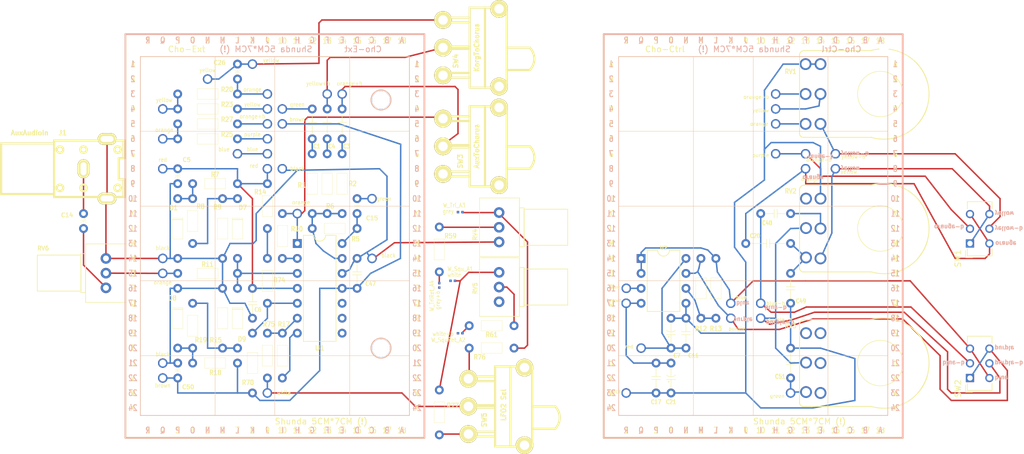
<source format=kicad_pcb>
(kicad_pcb (version 4) (host pcbnew 4.0.7)
  (layers (0 F.Cu signal) (31 B.Cu signal) (34 B.Paste user) (35 F.Paste user) (36 B.SilkS user) (37 F.SilkS user) (38 B.Mask user) (39 F.Mask user) (44 Edge.Cuts user))
  (net 0 "")
  (net 1 "Net-(C1-Pad2)")
  (net 2 "Net-(C3-Pad1)")
  (net 3 "Net-(C3-Pad2)")
  (net 4 "Net-(C4-Pad1)")
  (net 5 "Net-(C4-Pad2)")
  (net 6 "Net-(C14-Pad2)")
  (net 7 "Net-(D1-Pad1)")
  (net 8 "Net-(D7-Pad2)")
  (net 9 "Net-(D7-Pad1)")
  (net 10 "Net-(D8-Pad2)")
  (net 11 "Net-(D9-Pad2)")
  (net 12 "Net-(R1-Pad1)")
  (net 13 "Net-(R10-Pad1)")
  (net 14 "Net-(R14-Pad2)")
  (net 15 "Net-(R17-Pad2)")
  (net 16 "Net-(R17-Pad1)")
  (net 17 "Net-(R59-Pad1)")
  (net 18 "Net-(R61-Pad1)")
  (net 19 "Net-(R74-Pad2)")
  (net 20 "Net-(R76-Pad2)")
  (net 21 "Net-(R77-Pad1)")
  (net 22 "Net-(RV5-Pad1)")
  (net 23 "Net-(U1-Pad8)")
  (net 24 "Net-(U1-Pad9)")
  (net 25 "Net-(U1-Pad10)")
  (net 26 /ToChorus)
  (net 27 "Net-(C14-Pad1)")
  (net 28 "Net-(SW4-Pad1)")
  (net 29 "Net-(C1-Pad1)")
  (net 30 "Net-(C5-Pad1)")
  (net 31 "Net-(C15-Pad1)")
  (net 32 "Net-(C26-Pad1)")
  (net 33 "Net-(C26-Pad2)")
  (net 34 "Net-(C47-Pad1)")
  (net 35 "Net-(J1-Pad2)")
  (net 36 "Net-(C47-Pad2)")
  (net 37 "Net-(P_Aux_P2-Pad1)")
  (net 38 "Net-(P_Aux_P7-Pad1)")
  (net 39 "Net-(P_LFO_P6-Pad1)")
  (net 40 "Net-(P_L_A8-Pad1)")
  (net 41 "Net-(P_WetR_B4-Pad1)")
  (net 42 "Net-(P_R_A7-Pad1)")
  (net 43 "Net-(P_DryR_B3-Pad1)")
  (net 44 "Net-(R59-Pad2)")
  (net 45 "Net-(R61-Pad2)")
  (net 46 "Net-(R76-Pad1)")
  (net 47 "Net-(R77-Pad2)")
  (net 48 /+A_A4)
  (net 49 /+A_B6)
  (net 50 /L_A8)
  (net 51 /R_A7)
  (net 52 /Squ_A1)
  (net 53 /TriRet_A4)
  (net 54 /Tri_A3)
  (net 55 /-A_A3)
  (net 56 /Dry_A1)
  (net 57 /FB_B9)
  (net 58 /GND_B7)
  (net 59 /Wet_A6)
  (net 60 "Net-(P_Wet_A6-Pad1)")
  (net 61 /-A_B8)
  (net 62 "Net-(P_Aux_P2-Pad2)")
  (net 63 "Net-(P_Aux_P3-Pad2)")
  (net 64 "Net-(P_Aux_P7-Pad2)")
  (net 65 /DryRet_A2)
  (net 66 /DryR_B3)
  (net 67 /Dry_B1)
  (net 68 /GND_A5)
  (net 69 "Net-(P_GND_P5-Pad2)")
  (net 70 "Net-(P_KS_P1-Pad2)")
  (net 71 "Net-(P_KS_P4-Pad2)")
  (net 72 "Net-(P_LFO_P6-Pad2)")
  (net 73 /WetL_B2)
  (net 74 /WetR_B4)
  (net 75 /Wet_B5)
  (net 76 /SquRet_A2)
  (net 77 "Net-(P_WetL_B2-Pad1)")
  (net 78 "Net-(SW3-Pad1)")
  (net 79 "Net-(C20-Pad1)")
  (net 80 "Net-(C48-Pad2)")
  (net 81 /+A_A6)
  (net 82 /-A_A8)
  (net 83 /DryCP_A1)
  (net 84 "Net-(P_DryCP_A1-Pad1)")
  (net 85 /DryR_A3)
  (net 86 "Net-(P_DryR_A3-Pad1)")
  (net 87 /FB_A9)
  (net 88 /GND_A7)
  (net 89 "Net-(P_HP_P7-Pad2)")
  (net 90 "Net-(P_LP_P8-Pad2)")
  (net 91 "Net-(P_OnHP_P5-Pad2)")
  (net 92 "Net-(P_OnLP_P6-Pad2)")
  (net 93 "Net-(P_OnL_P4-Pad2)")
  (net 94 "Net-(P_OnR_P3-Pad2)")
  (net 95 /WetL_A2)
  (net 96 "Net-(P_WetL_A2-Pad1)")
  (net 97 "Net-(P_WetL_P2-Pad2)")
  (net 98 "Net-(P_WetL_P2-Pad1)")
  (net 99 /WetR_A4)
  (net 100 "Net-(P_WetR_A4-Pad1)")
  (net 101 "Net-(P_WetR_P1-Pad2)")
  (net 102 /Wet_A5)
  (net 103 "Net-(P_Wet_A5-Pad1)")
  (net 104 "Net-(R12-Pad2)")
  (net 105 "Net-(RV3-Pad1)")
  (net 106 "Net-(RV2-Pad1)")
  (net 107 /+A)
  (net 108 /GND)
  (net 109 /-A)
  (net 110 /LPWet)
  (net 111 /PreLP)
  (net 112 /Wet)
  (net 113 /WetInv)
  (net 114 /HPWet)
  (net 115 /PreHP)
  (net 116 /FB)
  (module MyKi_TH_Board_Features:perfboard_24x18_Shunda_misprint (layer F.Cu) (at 91.44 63.5)
    (fp_text reference REF**)
    (fp_text value "Shunda 5CM*7CM (!)" (at 6.604 30.226) (layer F.SilkS))
    (fp_text user Cho-Ext (at 13.716 -33.02) (layer B.SilkS) (effects (justify mirror)))
    (fp_text user Cho-Ext (at -16.256 -33.02) (layer F.SilkS))
    (fp_text user "Shunda 5CM*7CM (!)" (at -2.794 -33.02) (layer B.SilkS) (effects (justify mirror)))
    (fp_text user A (at 22.86 -30.48 180) (layer F.SilkS) (effects (font (size 1 0.8))))
    (fp_text user B (at 22.86 -27.94 180) (layer F.SilkS) (effects (font (size 1 0.8))))
    (fp_text user C (at 22.86 -25.4 180) (layer F.SilkS) (effects (font (size 1 0.8))))
    (fp_text user D (at 22.86 -22.86 180) (layer F.SilkS) (effects (font (size 1 0.8))))
    (fp_text user E (at 22.86 -20.32 180) (layer F.SilkS) (effects (font (size 1 0.8))))
    (fp_text user F (at 22.86 -17.78 180) (layer F.SilkS) (effects (font (size 1 0.8))))
    (fp_text user G (at 22.86 -15.24 180) (layer F.SilkS) (effects (font (size 1 0.8))))
    (fp_text user H (at 22.86 -12.7 180) (layer F.SilkS) (effects (font (size 1 0.8))))
    (fp_text user I (at 22.86 -10.16 180) (layer F.SilkS) (effects (font (size 1 0.8))))
    (fp_text user J (at 22.86 -7.62 180) (layer F.SilkS) (effects (font (size 1 0.8))))
    (fp_text user K (at 22.86 -5.08 180) (layer F.SilkS) (effects (font (size 1 0.8))))
    (fp_text user L (at 22.86 -2.54 180) (layer F.SilkS) (effects (font (size 1 0.8))))
    (fp_text user M (at 22.86 0 180) (layer F.SilkS) (effects (font (size 1 0.8))))
    (fp_text user N (at 22.86 2.54 180) (layer F.SilkS) (effects (font (size 1 0.8))))
    (fp_text user O (at 22.86 5.08 180) (layer F.SilkS) (effects (font (size 1 0.8))))
    (fp_text user P (at 22.86 7.62 180) (layer F.SilkS) (effects (font (size 1 0.8))))
    (fp_text user Q (at 22.86 10.16 180) (layer F.SilkS) (effects (font (size 1 0.8))))
    (fp_text user R (at 22.86 12.7 180) (layer F.SilkS) (effects (font (size 1 0.8))))
    (fp_text user S (at 22.86 15.24 180) (layer F.SilkS) (effects (font (size 1 0.8))))
    (fp_text user T (at 22.86 17.78 180) (layer F.SilkS) (effects (font (size 1 0.8))))
    (fp_text user U (at 22.86 20.32 180) (layer F.SilkS) (effects (font (size 1 0.8))))
    (fp_text user V (at 22.86 22.86 180) (layer F.SilkS) (effects (font (size 1 0.8))))
    (fp_text user W (at 22.86 25.4 180) (layer F.SilkS) (effects (font (size 1 0.8))))
    (fp_text user X (at 22.86 27.94 180) (layer F.SilkS) (effects (font (size 1 0.8))))
    (fp_text user 24 (at -25.4 27.94 180) (layer B.SilkS) (effects (font (size 1 0.8)) (justify mirror)))
    (fp_text user 23 (at -25.4 25.4 180) (layer B.SilkS) (effects (font (size 1 0.8)) (justify mirror)))
    (fp_text user 22 (at -25.4 22.86 180) (layer B.SilkS) (effects (font (size 1 0.8)) (justify mirror)))
    (fp_text user 21 (at -25.4 20.32 180) (layer B.SilkS) (effects (font (size 1 0.8)) (justify mirror)))
    (fp_text user 20 (at -25.4 17.78 180) (layer B.SilkS) (effects (font (size 1 0.8)) (justify mirror)))
    (fp_text user 19 (at -25.4 15.24 180) (layer B.SilkS) (effects (font (size 1 0.8)) (justify mirror)))
    (fp_text user 18 (at -25.4 12.7 180) (layer B.SilkS) (effects (font (size 1 0.8)) (justify mirror)))
    (fp_text user 17 (at -25.4 10.16 180) (layer B.SilkS) (effects (font (size 1 0.8)) (justify mirror)))
    (fp_text user 16 (at -25.4 7.62 180) (layer B.SilkS) (effects (font (size 1 0.8)) (justify mirror)))
    (fp_text user 15 (at -25.4 5.08 180) (layer B.SilkS) (effects (font (size 1 0.8)) (justify mirror)))
    (fp_text user 14 (at -25.4 2.54 180) (layer B.SilkS) (effects (font (size 1 0.8)) (justify mirror)))
    (fp_text user 13 (at -25.4 0 180) (layer B.SilkS) (effects (font (size 1 0.8)) (justify mirror)))
    (fp_text user 12 (at -25.4 -2.54 180) (layer B.SilkS) (effects (font (size 1 0.8)) (justify mirror)))
    (fp_text user 11 (at -25.4 -5.08 180) (layer B.SilkS) (effects (font (size 1 0.8)) (justify mirror)))
    (fp_text user 10 (at -25.4 -7.62 180) (layer B.SilkS) (effects (font (size 1 0.8)) (justify mirror)))
    (fp_text user 9 (at -25.4 -10.16 180) (layer B.SilkS) (effects (font (size 1 0.8)) (justify mirror)))
    (fp_text user 8 (at -25.4 -12.7 180) (layer B.SilkS) (effects (font (size 1 0.8)) (justify mirror)))
    (fp_text user 7 (at -25.4 -15.24 180) (layer B.SilkS) (effects (font (size 1 0.8)) (justify mirror)))
    (fp_text user 6 (at -25.4 -17.78 180) (layer B.SilkS) (effects (font (size 1 0.8)) (justify mirror)))
    (fp_text user 5 (at -25.4 -20.32 180) (layer B.SilkS) (effects (font (size 1 0.8)) (justify mirror)))
    (fp_text user 4 (at -25.4 -22.86 180) (layer B.SilkS) (effects (font (size 1 0.8)) (justify mirror)))
    (fp_text user 3 (at -25.4 -25.4 180) (layer B.SilkS) (effects (font (size 1 0.8)) (justify mirror)))
    (fp_text user 2 (at -25.4 -27.94 180) (layer B.SilkS) (effects (font (size 1 0.8)) (justify mirror)))
    (fp_text user 1 (at -25.4 -30.48 180) (layer B.SilkS) (effects (font (size 1 0.8)) (justify mirror)))
    (fp_text user A (at 20.32 -34.544 180) (layer B.SilkS) (effects (font (size 1 0.8)) (justify mirror)))
    (fp_text user B (at 17.78 -34.544 180) (layer B.SilkS) (effects (font (size 1 0.8)) (justify mirror)))
    (fp_text user C (at 15.24 -34.544 180) (layer B.SilkS) (effects (font (size 1 0.8)) (justify mirror)))
    (fp_text user D (at 12.7 -34.544 180) (layer B.SilkS) (effects (font (size 1 0.8)) (justify mirror)))
    (fp_text user E (at 10.16 -34.544 180) (layer B.SilkS) (effects (font (size 1 0.8)) (justify mirror)))
    (fp_text user F (at 7.62 -34.544 180) (layer B.SilkS) (effects (font (size 1 0.8)) (justify mirror)))
    (fp_text user G (at 5.08 -34.544 180) (layer B.SilkS) (effects (font (size 1 0.8)) (justify mirror)))
    (fp_text user H (at 2.54 -34.544 180) (layer B.SilkS) (effects (font (size 1 0.8)) (justify mirror)))
    (fp_text user I (at 0 -34.544 180) (layer B.SilkS) (effects (font (size 1 0.8)) (justify mirror)))
    (fp_text user J (at -2.54 -34.544 180) (layer B.SilkS) (effects (font (size 1 0.8)) (justify mirror)))
    (fp_text user K (at -5.08 -34.544 180) (layer B.SilkS) (effects (font (size 1 0.8)) (justify mirror)))
    (fp_text user L (at -7.62 -34.544 180) (layer B.SilkS) (effects (font (size 1 0.8)) (justify mirror)))
    (fp_text user M (at -10.16 -34.544 180) (layer B.SilkS) (effects (font (size 1 0.8)) (justify mirror)))
    (fp_text user N (at -12.7 -34.544 180) (layer B.SilkS) (effects (font (size 1 0.8)) (justify mirror)))
    (fp_text user O (at -15.24 -34.544 180) (layer B.SilkS) (effects (font (size 1 0.8)) (justify mirror)))
    (fp_text user P (at -17.78 -34.544 180) (layer B.SilkS) (effects (font (size 1 0.8)) (justify mirror)))
    (fp_text user Q (at -20.32 -34.544 180) (layer B.SilkS) (effects (font (size 1 0.8)) (justify mirror)))
    (fp_text user R (at -22.86 -34.544 180) (layer B.SilkS) (effects (font (size 1 0.8)) (justify mirror)))
    (fp_text user 1 (at -22.86 31.75 180) (layer F.SilkS) (effects (font (size 1 0.8))))
    (fp_text user 2 (at -20.32 31.75 180) (layer F.SilkS) (effects (font (size 1 0.8))))
    (fp_text user 3 (at -17.78 31.75 180) (layer F.SilkS) (effects (font (size 1 0.8))))
    (fp_text user 4 (at -15.24 31.75 180) (layer F.SilkS) (effects (font (size 1 0.8))))
    (fp_text user 5 (at -12.7 31.75 180) (layer F.SilkS) (effects (font (size 1 0.8))))
    (fp_text user 6 (at -10.16 31.75 180) (layer F.SilkS) (effects (font (size 1 0.8))))
    (fp_text user 7 (at -7.62 31.75 180) (layer F.SilkS) (effects (font (size 1 0.8))))
    (fp_text user 8 (at -5.08 31.75 180) (layer F.SilkS) (effects (font (size 1 0.8))))
    (fp_text user 9 (at -2.54 31.75 180) (layer F.SilkS) (effects (font (size 1 0.8))))
    (fp_text user 10 (at 0 31.75 180) (layer F.SilkS) (effects (font (size 1 0.8))))
    (fp_text user 11 (at 2.54 31.75 180) (layer F.SilkS) (effects (font (size 1 0.8))))
    (fp_text user 12 (at 5.08 31.75 180) (layer F.SilkS) (effects (font (size 1 0.8))))
    (fp_text user 13 (at 7.62 31.75 180) (layer F.SilkS) (effects (font (size 1 0.8))))
    (fp_text user 14 (at 10.16 31.75 180) (layer F.SilkS) (effects (font (size 1 0.8))))
    (fp_text user 15 (at 12.7 31.75 180) (layer F.SilkS) (effects (font (size 1 0.8))))
    (fp_text user 16 (at 15.24 31.75 180) (layer F.SilkS) (effects (font (size 1 0.8))))
    (fp_text user 17 (at 17.78 31.75 180) (layer F.SilkS) (effects (font (size 1 0.8))))
    (fp_text user 18 (at 20.32 31.75 180) (layer F.SilkS) (effects (font (size 1 0.8))))
    (fp_text user R (at -22.86 31.75 180) (layer B.SilkS) (effects (font (size 1 0.8)) (justify mirror)))
    (fp_text user Q (at -20.32 31.75 180) (layer B.SilkS) (effects (font (size 1 0.8)) (justify mirror)))
    (fp_text user P (at -17.78 31.75 180) (layer B.SilkS) (effects (font (size 1 0.8)) (justify mirror)))
    (fp_text user O (at -15.24 31.75 180) (layer B.SilkS) (effects (font (size 1 0.8)) (justify mirror)))
    (fp_text user N (at -12.7 31.75 180) (layer B.SilkS) (effects (font (size 1 0.8)) (justify mirror)))
    (fp_text user M (at -10.16 31.75 180) (layer B.SilkS) (effects (font (size 1 0.8)) (justify mirror)))
    (fp_text user L (at -7.62 31.75 180) (layer B.SilkS) (effects (font (size 1 0.8)) (justify mirror)))
    (fp_text user K (at -5.08 31.75 180) (layer B.SilkS) (effects (font (size 1 0.8)) (justify mirror)))
    (fp_text user J (at -2.54 31.75 180) (layer B.SilkS) (effects (font (size 1 0.8)) (justify mirror)))
    (fp_text user I (at 0 31.75 180) (layer B.SilkS) (effects (font (size 1 0.8)) (justify mirror)))
    (fp_text user H (at 2.54 31.75 180) (layer B.SilkS) (effects (font (size 1 0.8)) (justify mirror)))
    (fp_text user G (at 5.08 31.75 180) (layer B.SilkS) (effects (font (size 1 0.8)) (justify mirror)))
    (fp_text user F (at 7.62 31.75 180) (layer B.SilkS) (effects (font (size 1 0.8)) (justify mirror)))
    (fp_text user E (at 10.16 31.75 180) (layer B.SilkS) (effects (font (size 1 0.8)) (justify mirror)))
    (fp_text user D (at 12.7 31.75 180) (layer B.SilkS) (effects (font (size 1 0.8)) (justify mirror)))
    (fp_text user C (at 15.24 31.75 180) (layer B.SilkS) (effects (font (size 1 0.8)) (justify mirror)))
    (fp_text user B (at 17.78 31.75 180) (layer B.SilkS) (effects (font (size 1 0.8)) (justify mirror)))
    (fp_text user A (at 20.32 31.75 180) (layer B.SilkS) (effects (font (size 1 0.8)) (justify mirror)))
    (fp_text user 1 (at 22.86 -30.48 180) (layer B.SilkS) (effects (font (size 1 0.8)) (justify mirror)))
    (fp_text user 2 (at 22.86 -27.94 180) (layer B.SilkS) (effects (font (size 1 0.8)) (justify mirror)))
    (fp_text user 3 (at 22.86 -25.4 180) (layer B.SilkS) (effects (font (size 1 0.8)) (justify mirror)))
    (fp_text user 4 (at 22.86 -22.86 180) (layer B.SilkS) (effects (font (size 1 0.8)) (justify mirror)))
    (fp_text user 5 (at 22.86 -20.32 180) (layer B.SilkS) (effects (font (size 1 0.8)) (justify mirror)))
    (fp_text user 6 (at 22.86 -17.78 180) (layer B.SilkS) (effects (font (size 1 0.8)) (justify mirror)))
    (fp_text user 7 (at 22.86 -15.24 180) (layer B.SilkS) (effects (font (size 1 0.8)) (justify mirror)))
    (fp_text user 8 (at 22.86 -12.7 180) (layer B.SilkS) (effects (font (size 1 0.8)) (justify mirror)))
    (fp_text user 9 (at 22.86 -10.16 180) (layer B.SilkS) (effects (font (size 1 0.8)) (justify mirror)))
    (fp_text user 10 (at 22.86 -7.62 180) (layer B.SilkS) (effects (font (size 1 0.8)) (justify mirror)))
    (fp_text user 11 (at 22.86 -5.08 180) (layer B.SilkS) (effects (font (size 1 0.8)) (justify mirror)))
    (fp_text user 12 (at 22.86 -2.54 180) (layer B.SilkS) (effects (font (size 1 0.8)) (justify mirror)))
    (fp_text user 13 (at 22.86 0 180) (layer B.SilkS) (effects (font (size 1 0.8)) (justify mirror)))
    (fp_text user 14 (at 22.86 2.54 180) (layer B.SilkS) (effects (font (size 1 0.8)) (justify mirror)))
    (fp_text user 15 (at 22.86 5.08 180) (layer B.SilkS) (effects (font (size 1 0.8)) (justify mirror)))
    (fp_text user 16 (at 22.86 7.62 180) (layer B.SilkS) (effects (font (size 1 0.8)) (justify mirror)))
    (fp_text user 17 (at 22.86 10.16 180) (layer B.SilkS) (effects (font (size 1 0.8)) (justify mirror)))
    (fp_text user 18 (at 22.86 12.7 180) (layer B.SilkS) (effects (font (size 1 0.8)) (justify mirror)))
    (fp_text user 19 (at 22.86 15.24 180) (layer B.SilkS) (effects (font (size 1 0.8)) (justify mirror)))
    (fp_text user 20 (at 22.86 17.78 180) (layer B.SilkS) (effects (font (size 1 0.8)) (justify mirror)))
    (fp_text user 21 (at 22.86 20.32 180) (layer B.SilkS) (effects (font (size 1 0.8)) (justify mirror)))
    (fp_text user 22 (at 22.86 22.86 180) (layer B.SilkS) (effects (font (size 1 0.8)) (justify mirror)))
    (fp_text user 23 (at 22.86 25.4 180) (layer B.SilkS) (effects (font (size 1 0.8)) (justify mirror)))
    (fp_text user 24 (at 22.86 27.94 180) (layer B.SilkS) (effects (font (size 1 0.8)) (justify mirror)))
    (fp_text user 18 (at 20.32 -34.417 180) (layer F.SilkS) (effects (font (size 1 0.8))))
    (fp_text user 17 (at 17.78 -34.417 180) (layer F.SilkS) (effects (font (size 1 0.8))))
    (fp_text user 16 (at 15.24 -34.417 180) (layer F.SilkS) (effects (font (size 1 0.8))))
    (fp_text user 15 (at 12.7 -34.417 180) (layer F.SilkS) (effects (font (size 1 0.8))))
    (fp_text user X (at -25.4 27.94 180) (layer F.SilkS) (effects (font (size 1 0.8))))
    (fp_text user W (at -25.4 25.4 180) (layer F.SilkS) (effects (font (size 1 0.8))))
    (fp_text user V (at -25.4 22.86 180) (layer F.SilkS) (effects (font (size 1 0.8))))
    (fp_text user U (at -25.4 20.32 180) (layer F.SilkS) (effects (font (size 1 0.8))))
    (fp_text user T (at -25.4 17.78 180) (layer F.SilkS) (effects (font (size 1 0.8))))
    (fp_text user S (at -25.4 15.24 180) (layer F.SilkS) (effects (font (size 1 0.8))))
    (fp_text user R (at -25.4 12.7 180) (layer F.SilkS) (effects (font (size 1 0.8))))
    (fp_text user Q (at -25.4 10.16 180) (layer F.SilkS) (effects (font (size 1 0.8))))
    (fp_text user P (at -25.4 7.62 180) (layer F.SilkS) (effects (font (size 1 0.8))))
    (fp_text user O (at -25.4 5.08 180) (layer F.SilkS) (effects (font (size 1 0.8))))
    (fp_text user N (at -25.4 2.54 180) (layer F.SilkS) (effects (font (size 1 0.8))))
    (fp_text user M (at -25.4 0 180) (layer F.SilkS) (effects (font (size 1 0.8))))
    (fp_text user L (at -25.4 -2.54 180) (layer F.SilkS) (effects (font (size 1 0.8))))
    (fp_text user K (at -25.4 -5.08 180) (layer F.SilkS) (effects (font (size 1 0.8))))
    (fp_text user J (at -25.4 -7.62 180) (layer F.SilkS) (effects (font (size 1 0.8))))
    (fp_text user I (at -25.4 -10.16 180) (layer F.SilkS) (effects (font (size 1 0.8))))
    (fp_text user H (at -25.4 -12.7 180) (layer F.SilkS) (effects (font (size 1 0.8))))
    (fp_text user G (at -25.4 -15.24 180) (layer F.SilkS) (effects (font (size 1 0.8))))
    (fp_text user F (at -25.4 -17.78 180) (layer F.SilkS) (effects (font (size 1 0.8))))
    (fp_text user E (at -25.4 -20.32 180) (layer F.SilkS) (effects (font (size 1 0.8))))
    (fp_text user D (at -25.4 -22.86 180) (layer F.SilkS) (effects (font (size 1 0.8))))
    (fp_text user C (at -25.4 -25.4 180) (layer F.SilkS) (effects (font (size 1 0.8))))
    (fp_text user B (at -25.4 -27.94 180) (layer F.SilkS) (effects (font (size 1 0.8))))
    (fp_text user A (at -25.4 -30.48 180) (layer F.SilkS) (effects (font (size 1 0.8))))
    (fp_text user 14 (at 10.16 -34.417 180) (layer F.SilkS) (effects (font (size 1 0.8))))
    (fp_text user 13 (at 7.62 -34.417 180) (layer F.SilkS) (effects (font (size 1 0.8))))
    (fp_text user 12 (at 5.08 -34.417 180) (layer F.SilkS) (effects (font (size 1 0.8))))
    (fp_text user 11 (at 2.54 -34.417 180) (layer F.SilkS) (effects (font (size 1 0.8))))
    (fp_text user 10 (at 0 -34.417 180) (layer F.SilkS) (effects (font (size 1 0.8))))
    (fp_text user 9 (at -2.54 -34.417 180) (layer F.SilkS) (effects (font (size 1 0.8))))
    (fp_text user 8 (at -5.08 -34.417 180) (layer F.SilkS) (effects (font (size 1 0.8))))
    (fp_text user 7 (at -7.62 -34.417 180) (layer F.SilkS) (effects (font (size 1 0.8))))
    (fp_text user 6 (at -10.16 -34.417 180) (layer F.SilkS) (effects (font (size 1 0.8))))
    (fp_text user 5 (at -12.7 -34.417 180) (layer F.SilkS) (effects (font (size 1 0.8))))
    (fp_text user 4 (at -15.24 -34.417 180) (layer F.SilkS) (effects (font (size 1 0.8))))
    (fp_text user 3 (at -17.78 -34.417 180) (layer F.SilkS) (effects (font (size 1 0.8))))
    (fp_text user 2 (at -20.32 -34.417 180) (layer F.SilkS) (effects (font (size 1 0.8))))
    (fp_text user 1 (at -22.86 -34.417 180) (layer F.SilkS) (effects (font (size 1 0.8))))
    (pad "" np_thru_hole circle (at 20.955 30.48 180) (size 1.6 1.6) (drill 1.6) (layers *.Cu *.Mask))
    (pad "" np_thru_hole circle (at -23.495 30.48 180) (size 1.6 1.6) (drill 1.6) (layers *.Cu *.Mask))
    (pad "" np_thru_hole circle (at 20.955 -33.02 180) (size 1.6 1.6) (drill 1.6) (layers *.Cu *.Mask))
    (pad "" np_thru_hole circle (at -23.495 -33.02 180) (size 1.6 1.6) (drill 1.6) (layers *.Cu *.Mask))
  )
  (module w_switch:switch_mfp116dg-ra (layer F.Cu) (at 128.27 30.226 90)
    (fp_text reference SW4 (at -2.286 -7.366 90) (layer F.SilkS) (effects (font (size 0.8 0.8) (thickness 0.2))))
    (fp_text value KorgToChorus (at 0 -3.81 90) (layer F.SilkS) (effects (font (size 0.8 0.8) (thickness 0.2))))
    (pad 1 thru_hole circle (at -4.699 -9.525 90) (size 3 3) (drill 1.6) (layers *.Cu *.Mask F.SilkS) (net 28 "Net-(SW4-Pad1)"))
    (pad 2 thru_hole circle (at 0 -9.52754 90) (size 3 3) (drill 1.6) (layers *.Cu *.Mask F.SilkS) (net 71 "Net-(P_KS_P4-Pad2)"))
    (pad 3 thru_hole circle (at 4.699 -9.52754 90) (size 3 3) (drill 1.6) (layers *.Cu *.Mask F.SilkS) (net 70 "Net-(P_KS_P1-Pad2)"))
    (pad "" thru_hole circle (at -6.59638 0 90) (size 3 3) (drill 1.6) (layers *.Cu *.Mask F.SilkS))
    (pad "" thru_hole circle (at 6.59638 0 90) (size 3 3) (drill 1.6) (layers *.Cu *.Mask F.SilkS))
  )
  (module MyKi_TH_Capacitors:200Mil_TH_C (layer F.Cu) (at 96.52 40.64 270)
    (fp_text reference C1 (at 6.35 -0.762 360) (layer F.SilkS) (effects (font (size 0.7 0.6))))
    (fp_text value 47n)
    (pad 1 thru_hole circle (at 0 0 270) (size 1.5 1.5) (drill 0.8) (layers *.Cu *.Mask) (net 29 "Net-(C1-Pad1)"))
    (pad 2 thru_hole circle (at 5.08 0 270) (size 1.5 1.5) (drill 0.8) (layers *.Cu *.Mask) (net 1 "Net-(C1-Pad2)"))
  )
  (module MyKi_TH_Capacitors:200Mil_TH_C (layer F.Cu) (at 101.6 40.64 270)
    (fp_text reference C3 (at 6.35 -0.762 360) (layer F.SilkS) (effects (font (size 0.7 0.6))))
    (fp_text value 47n)
    (pad 1 thru_hole circle (at 0 0 270) (size 1.5 1.5) (drill 0.8) (layers *.Cu *.Mask) (net 2 "Net-(C3-Pad1)"))
    (pad 2 thru_hole circle (at 5.08 0 270) (size 1.5 1.5) (drill 0.8) (layers *.Cu *.Mask) (net 3 "Net-(C3-Pad2)"))
  )
  (module MyKi_TH_Capacitors:200Mil_TH_C (layer F.Cu) (at 99.06 40.64 270)
    (fp_text reference C4 (at 6.35 -0.762 360) (layer F.SilkS) (effects (font (size 0.7 0.6))))
    (fp_text value 47n)
    (pad 1 thru_hole circle (at 0 0 270) (size 1.5 1.5) (drill 0.8) (layers *.Cu *.Mask) (net 4 "Net-(C4-Pad1)"))
    (pad 2 thru_hole circle (at 5.08 0 270) (size 1.5 1.5) (drill 0.8) (layers *.Cu *.Mask) (net 5 "Net-(C4-Pad2)"))
  )
  (module MyKi_TH_Capacitors:200Mil_TH_C (layer F.Cu) (at 86.36 76.2 90)
    (fp_text reference C6 (at 1.4605 0.9398 180) (layer F.SilkS) (effects (font (size 0.7 0.6))))
    (fp_text value 0.1µ)
    (pad 1 thru_hole circle (at 0 0 90) (size 1.5 1.5) (drill 0.8) (layers *.Cu *.Mask) (net 36 "Net-(C47-Pad2)"))
    (pad 2 thru_hole circle (at 5.08 0 90) (size 1.5 1.5) (drill 0.8) (layers *.Cu *.Mask) (net 30 "Net-(C5-Pad1)"))
  )
  (module MyKi_TH_Capacitors:200Mil_TH_C (layer F.Cu) (at 104.14 71.12 90)
    (fp_text reference C47 (at 0.762 2.286 180) (layer F.SilkS) (effects (font (size 0.7 0.6))))
    (fp_text value 0.1µ)
    (pad 1 thru_hole circle (at 0 0 90) (size 1.5 1.5) (drill 0.8) (layers *.Cu *.Mask) (net 34 "Net-(C47-Pad1)"))
    (pad 2 thru_hole circle (at 5.08 0 90) (size 1.5 1.5) (drill 0.8) (layers *.Cu *.Mask) (net 36 "Net-(C47-Pad2)"))
  )
  (module MyKi_TH_Panel_Controls:Pot_TH_Mini_pcbEdge (layer F.Cu) (at 61.468 66.04 180)
    (fp_text reference RV6 (at 10.668 1.7145 180) (layer F.SilkS) (effects (font (size 0.7 0.7))))
    (fp_text value B100K)
    (pad 3 thru_hole circle (at 0 -5 180) (size 1.8 1.8) (drill 1) (layers *.Cu *.Mask) (net 6 "Net-(C14-Pad2)"))
    (pad 2 thru_hole circle (at 0 -2.5 180) (size 1.8 1.8) (drill 1) (layers *.Cu *.Mask) (net 64 "Net-(P_Aux_P7-Pad2)"))
    (pad 1 thru_hole circle (at 0 0 180) (size 1.8 1.8) (drill 1) (layers *.Cu *.Mask) (net 35 "Net-(J1-Pad2)"))
  )
  (module w_switch:switch_mfp116dg-ra (layer F.Cu) (at 128.27 46.99 90)
    (fp_text reference SW3 (at -2.54 -6.604 90) (layer F.SilkS) (effects (font (size 0.8 0.8) (thickness 0.2))))
    (fp_text value AuxToChorus (at 0 -3.81 90) (layer F.SilkS) (effects (font (size 0.8 0.8) (thickness 0.2))))
    (pad 1 thru_hole circle (at -4.699 -9.525 90) (size 3 3) (drill 1.6) (layers *.Cu *.Mask F.SilkS) (net 78 "Net-(SW3-Pad1)"))
    (pad 2 thru_hole circle (at 0 -9.52754 90) (size 3 3) (drill 1.6) (layers *.Cu *.Mask F.SilkS) (net 63 "Net-(P_Aux_P3-Pad2)"))
    (pad 3 thru_hole circle (at 4.699 -9.52754 90) (size 3 3) (drill 1.6) (layers *.Cu *.Mask F.SilkS) (net 62 "Net-(P_Aux_P2-Pad2)"))
    (pad "" thru_hole circle (at -6.59638 0 90) (size 3 3) (drill 1.6) (layers *.Cu *.Mask F.SilkS))
    (pad "" thru_hole circle (at 6.59638 0 90) (size 3 3) (drill 1.6) (layers *.Cu *.Mask F.SilkS))
  )
  (module MyKi_TH_Panel_Controls:Pot_TH_Mini_pcbEdge (layer F.Cu) (at 128.27 63.246)
    (fp_text reference RV4 (at -4.064 -1.27 90) (layer F.SilkS) (effects (font (size 0.7 0.7))))
    (fp_text value B100K)
    (pad 3 thru_hole circle (at 0 -5) (size 1.8 1.8) (drill 1) (layers *.Cu *.Mask) (net 46 "Net-(R76-Pad1)"))
    (pad 2 thru_hole circle (at 0 -2.5) (size 1.8 1.8) (drill 1) (layers *.Cu *.Mask) (net 17 "Net-(R59-Pad1)"))
    (pad 1 thru_hole circle (at 0 0) (size 1.8 1.8) (drill 1) (layers *.Cu *.Mask) (net 69 "Net-(P_GND_P5-Pad2)"))
  )
  (module MyKi_TH_Panel_Controls:Pot_TH_Mini_pcbEdge (layer F.Cu) (at 128.27 73.406)
    (fp_text reference RV5 (at -4.064 -2.286 90) (layer F.SilkS) (effects (font (size 0.7 0.7))))
    (fp_text value B1M)
    (pad 3 thru_hole circle (at 0 -5) (size 1.8 1.8) (drill 1) (layers *.Cu *.Mask) (net 47 "Net-(R77-Pad2)"))
    (pad 2 thru_hole circle (at 0 -2.5) (size 1.8 1.8) (drill 1) (layers *.Cu *.Mask) (net 18 "Net-(R61-Pad1)"))
    (pad 1 thru_hole circle (at 0 0) (size 1.8 1.8) (drill 1) (layers *.Cu *.Mask) (net 22 "Net-(RV5-Pad1)"))
  )
  (module w_conn_av:rca_red (layer F.Cu) (at 57.658 50.8 270)
    (fp_text reference J1 (at -6.096 3.556 360) (layer F.SilkS) (effects (font (size 0.8 0.8) (thickness 0.2))))
    (fp_text value AuxAudioIn (at -6.096 9.144 360) (layer F.SilkS) (effects (font (size 0.8 0.8) (thickness 0.2))))
    (pad 2 thru_hole oval (at 5.0546 -3.99796 270) (size 1.99898 3.19786) (drill oval 0.99568 2.1971) (layers *.Cu *.Mask F.SilkS) (net 35 "Net-(J1-Pad2)"))
    (pad 1 thru_hole oval (at 0 0 270) (size 3.19786 1.99898) (drill oval 2.1971 0.99568) (layers *.Cu *.Mask F.SilkS) (net 27 "Net-(C14-Pad1)"))
    (pad 2 thru_hole oval (at -5.0546 -3.99796 270) (size 1.99898 3.19786) (drill oval 0.99568 2.1971) (layers *.Cu *.Mask F.SilkS) (net 35 "Net-(J1-Pad2)"))
  )
  (module w_switch:switch_mfp116dg-ra (layer F.Cu) (at 132.588 91.186 90)
    (fp_text reference SW5 (at -2.286 -6.858 90) (layer F.SilkS) (effects (font (size 0.8 0.8) (thickness 0.2))))
    (fp_text value "LFO2 Sel" (at 0.254 -3.556 90) (layer F.SilkS) (effects (font (size 0.8 0.8) (thickness 0.2))))
    (pad 1 thru_hole circle (at -4.699 -9.525 90) (size 3 3) (drill 1.6) (layers *.Cu *.Mask F.SilkS) (net 21 "Net-(R77-Pad1)"))
    (pad 2 thru_hole circle (at 0 -9.52754 90) (size 3 3) (drill 1.6) (layers *.Cu *.Mask F.SilkS) (net 72 "Net-(P_LFO_P6-Pad2)"))
    (pad 3 thru_hole circle (at 4.699 -9.52754 90) (size 3 3) (drill 1.6) (layers *.Cu *.Mask F.SilkS) (net 20 "Net-(R76-Pad2)"))
    (pad "" thru_hole circle (at -6.59638 0 90) (size 3 3) (drill 1.6) (layers *.Cu *.Mask F.SilkS))
    (pad "" thru_hole circle (at 6.59638 0 90) (size 3 3) (drill 1.6) (layers *.Cu *.Mask F.SilkS))
  )
  (module MyKi_TH_Resistors:400Mil_TH_Resistor (layer F.Cu) (at 73.66 38.1)
    (fp_text reference R28 (at 8.382 -0.762) (layer F.SilkS) (effects (font (size 0.8 0.7))))
    (fp_text value 33K)
    (pad 2 thru_hole circle (at 10.16 0) (size 1.5 1.5) (drill 0.8) (layers *.Cu *.Mask) (net 32 "Net-(C26-Pad1)"))
    (pad 1 thru_hole circle (at 0 0) (size 1.5 1.5) (drill 0.8) (layers *.Cu *.Mask) (net 40 "Net-(P_L_A8-Pad1)"))
  )
  (module MyKi_TH_Resistors:400Mil_TH_Resistor (layer F.Cu) (at 73.66 43.18)
    (fp_text reference R27 (at 8.382 -0.762) (layer F.SilkS) (effects (font (size 0.8 0.7))))
    (fp_text value 33K)
    (pad 2 thru_hole circle (at 10.16 0) (size 1.5 1.5) (drill 0.8) (layers *.Cu *.Mask) (net 43 "Net-(P_DryR_B3-Pad1)"))
    (pad 1 thru_hole circle (at 0 0) (size 1.5 1.5) (drill 0.8) (layers *.Cu *.Mask) (net 42 "Net-(P_R_A7-Pad1)"))
  )
  (module MyKi_TH_Resistors:400Mil_TH_Resistor (layer F.Cu) (at 73.66 45.72)
    (fp_text reference R25 (at 8.382 -0.762) (layer F.SilkS) (effects (font (size 0.8 0.7))))
    (fp_text value 18K)
    (pad 2 thru_hole circle (at 10.16 0) (size 1.5 1.5) (drill 0.8) (layers *.Cu *.Mask) (net 41 "Net-(P_WetR_B4-Pad1)"))
    (pad 1 thru_hole circle (at 0 0) (size 1.5 1.5) (drill 0.8) (layers *.Cu *.Mask) (net 42 "Net-(P_R_A7-Pad1)"))
  )
  (module MyKi_TH_Resistors:400Mil_TH_Resistor (layer F.Cu) (at 73.66 40.64)
    (fp_text reference R23 (at 8.382 -0.762) (layer F.SilkS) (effects (font (size 0.8 0.7))))
    (fp_text value 18K)
    (pad 2 thru_hole circle (at 10.16 0) (size 1.5 1.5) (drill 0.8) (layers *.Cu *.Mask) (net 77 "Net-(P_WetL_B2-Pad1)"))
    (pad 1 thru_hole circle (at 0 0) (size 1.5 1.5) (drill 0.8) (layers *.Cu *.Mask) (net 40 "Net-(P_L_A8-Pad1)"))
  )
  (module MyKi_TH_Resistors:400Mil_TH_Resistor (layer F.Cu) (at 81.28 81.28 90)
    (fp_text reference R15 (at 1.3716 -1.143 180) (layer F.SilkS) (effects (font (size 0.8 0.7))))
    (fp_text value 470)
    (pad 2 thru_hole circle (at 10.16 0 90) (size 1.5 1.5) (drill 0.8) (layers *.Cu *.Mask) (net 36 "Net-(C47-Pad2)"))
    (pad 1 thru_hole circle (at 0 0 90) (size 1.5 1.5) (drill 0.8) (layers *.Cu *.Mask) (net 11 "Net-(D9-Pad2)"))
  )
  (module MyKi_TH_Resistors:400Mil_TH_Resistor (layer F.Cu) (at 73.66 68.58)
    (fp_text reference R11 (at 5.08 -1.524) (layer F.SilkS) (effects (font (size 0.8 0.7))))
    (fp_text value 5.1K)
    (pad 2 thru_hole circle (at 10.16 0) (size 1.5 1.5) (drill 0.8) (layers *.Cu *.Mask) (net 8 "Net-(D7-Pad2)"))
    (pad 1 thru_hole circle (at 0 0) (size 1.5 1.5) (drill 0.8) (layers *.Cu *.Mask) (net 38 "Net-(P_Aux_P7-Pad1)"))
  )
  (module MyKi_TH_Resistors:400Mil_TH_Resistor (layer F.Cu) (at 81.28 66.04 90)
    (fp_text reference R9 (at 8.6995 -0.8636 180) (layer F.SilkS) (effects (font (size 0.8 0.7))))
    (fp_text value 470)
    (pad 2 thru_hole circle (at 10.16 0 90) (size 1.5 1.5) (drill 0.8) (layers *.Cu *.Mask) (net 9 "Net-(D7-Pad1)"))
    (pad 1 thru_hole circle (at 0 0 90) (size 1.5 1.5) (drill 0.8) (layers *.Cu *.Mask) (net 36 "Net-(C47-Pad2)"))
  )
  (module MyKi_TH_Resistors:400Mil_TH_Resistor (layer F.Cu) (at 99.06 58.42 90)
    (fp_text reference R6 (at 1.27 0.508 180) (layer F.SilkS) (effects (font (size 0.8 0.7))))
    (fp_text value 22K)
    (pad 2 thru_hole circle (at 10.16 0 90) (size 1.5 1.5) (drill 0.8) (layers *.Cu *.Mask) (net 5 "Net-(C4-Pad2)"))
    (pad 1 thru_hole circle (at 0 0 90) (size 1.5 1.5) (drill 0.8) (layers *.Cu *.Mask) (net 12 "Net-(R1-Pad1)"))
  )
  (module MyKi_TH_Resistors:400Mil_TH_Resistor (layer F.Cu) (at 101.6 48.26 270)
    (fp_text reference R2 (at 5.08 -1.778 360) (layer F.SilkS) (effects (font (size 0.8 0.7))))
    (fp_text value 33K)
    (pad 2 thru_hole circle (at 10.16 0 270) (size 1.5 1.5) (drill 0.8) (layers *.Cu *.Mask) (net 12 "Net-(R1-Pad1)"))
    (pad 1 thru_hole circle (at 0 0 270) (size 1.5 1.5) (drill 0.8) (layers *.Cu *.Mask) (net 3 "Net-(C3-Pad2)"))
  )
  (module MyKi_TH_Resistors:400Mil_TH_Resistor (layer F.Cu) (at 96.52 58.42 90)
    (fp_text reference R1 (at 4.826 -1.778 180) (layer F.SilkS) (effects (font (size 0.8 0.7))))
    (fp_text value 22K)
    (pad 2 thru_hole circle (at 10.16 0 90) (size 1.5 1.5) (drill 0.8) (layers *.Cu *.Mask) (net 1 "Net-(C1-Pad2)"))
    (pad 1 thru_hole circle (at 0 0 90) (size 1.5 1.5) (drill 0.8) (layers *.Cu *.Mask) (net 12 "Net-(R1-Pad1)"))
  )
  (module MyKi_TH_Resistors:400Mil_TH_Resistor (layer F.Cu) (at 86.36 78.74 270)
    (fp_text reference R78 (at 8.382 0.762 360) (layer F.SilkS) (effects (font (size 0.8 0.7))))
    (fp_text value 100K)
    (pad 2 thru_hole circle (at 10.16 0 270) (size 1.5 1.5) (drill 0.8) (layers *.Cu *.Mask) (net 34 "Net-(C47-Pad1)"))
    (pad 1 thru_hole circle (at 0 0 270) (size 1.5 1.5) (drill 0.8) (layers *.Cu *.Mask) (net 19 "Net-(R74-Pad2)"))
  )
  (module MyKi_TH_Resistors:300Mil_TH_Resistor (layer F.Cu) (at 76.2 53.34)
    (fp_text reference R7 (at 3.81 -1.524 180) (layer F.SilkS) (effects (font (size 0.8 0.7))))
    (fp_text value 1K)
    (pad 2 thru_hole circle (at 7.62 0) (size 1.5 1.5) (drill 0.8) (layers *.Cu *.Mask) (net 30 "Net-(C5-Pad1)"))
    (pad 1 thru_hole circle (at 0 0) (size 1.5 1.5) (drill 0.8) (layers *.Cu *.Mask) (net 7 "Net-(D1-Pad1)"))
  )
  (module MyKi_TH_Resistors:300Mil_TH_Resistor (layer F.Cu) (at 76.2 55.88 270)
    (fp_text reference R8 (at 1.3208 -1.3462 360) (layer F.SilkS) (effects (font (size 0.8 0.7))))
    (fp_text value 470)
    (pad 2 thru_hole circle (at 7.62 0 270) (size 1.5 1.5) (drill 0.8) (layers *.Cu *.Mask) (net 9 "Net-(D7-Pad1)"))
    (pad 1 thru_hole circle (at 0 0 270) (size 1.5 1.5) (drill 0.8) (layers *.Cu *.Mask) (net 7 "Net-(D1-Pad1)"))
  )
  (module MyKi_TH_Resistors:300Mil_TH_Resistor (layer F.Cu) (at 91.44 66.04 90)
    (fp_text reference R10 (at 5.0165 2.4765 180) (layer F.SilkS) (effects (font (size 0.8 0.7))))
    (fp_text value 5.1K)
    (pad 2 thru_hole circle (at 7.62 0 90) (size 1.5 1.5) (drill 0.8) (layers *.Cu *.Mask) (net 37 "Net-(P_Aux_P2-Pad1)"))
    (pad 1 thru_hole circle (at 0 0 90) (size 1.5 1.5) (drill 0.8) (layers *.Cu *.Mask) (net 13 "Net-(R10-Pad1)"))
  )
  (module MyKi_TH_Resistors:300Mil_TH_Resistor (layer F.Cu) (at 91.44 86.36 90)
    (fp_text reference R17 (at 9.144 0.254 180) (layer F.SilkS) (effects (font (size 0.8 0.7))))
    (fp_text value 1.5M)
    (pad 2 thru_hole circle (at 7.62 0 90) (size 1.5 1.5) (drill 0.8) (layers *.Cu *.Mask) (net 15 "Net-(R17-Pad2)"))
    (pad 1 thru_hole circle (at 0 0 90) (size 1.5 1.5) (drill 0.8) (layers *.Cu *.Mask) (net 16 "Net-(R17-Pad1)"))
  )
  (module MyKi_TH_Resistors:300Mil_TH_Resistor (layer F.Cu) (at 76.2 83.82)
    (fp_text reference R18 (at 3.8608 1.6256 180) (layer F.SilkS) (effects (font (size 0.8 0.7))))
    (fp_text value 1K)
    (pad 2 thru_hole circle (at 7.62 0) (size 1.5 1.5) (drill 0.8) (layers *.Cu *.Mask) (net 34 "Net-(C47-Pad1)"))
    (pad 1 thru_hole circle (at 0 0) (size 1.5 1.5) (drill 0.8) (layers *.Cu *.Mask) (net 10 "Net-(D8-Pad2)"))
  )
  (module MyKi_TH_Resistors:300Mil_TH_Resistor (layer F.Cu) (at 76.2 81.28 90)
    (fp_text reference R19 (at 1.397 1.397 180) (layer F.SilkS) (effects (font (size 0.8 0.7))))
    (fp_text value 470)
    (pad 2 thru_hole circle (at 7.62 0 90) (size 1.5 1.5) (drill 0.8) (layers *.Cu *.Mask) (net 11 "Net-(D9-Pad2)"))
    (pad 1 thru_hole circle (at 0 0 90) (size 1.5 1.5) (drill 0.8) (layers *.Cu *.Mask) (net 10 "Net-(D8-Pad2)"))
  )
  (module MyKi_TH_Resistors:300Mil_TH_Resistor (layer F.Cu) (at 88.9 66.04 270)
    (fp_text reference R74 (at 3.6703 -2.032 360) (layer F.SilkS) (effects (font (size 0.8 0.7))))
    (fp_text value 12K)
    (pad 2 thru_hole circle (at 7.62 0 270) (size 1.5 1.5) (drill 0.8) (layers *.Cu *.Mask) (net 19 "Net-(R74-Pad2)"))
    (pad 1 thru_hole circle (at 0 0 270) (size 1.5 1.5) (drill 0.8) (layers *.Cu *.Mask) (net 14 "Net-(R14-Pad2)"))
  )
  (module MyKi_TH_Resistors:300Mil_TH_Resistor (layer F.Cu) (at 88.9 86.36 90)
    (fp_text reference R75 (at 9.144 0.254 180) (layer F.SilkS) (effects (font (size 0.8 0.7))))
    (fp_text value 1M)
    (pad 2 thru_hole circle (at 7.62 0 90) (size 1.5 1.5) (drill 0.8) (layers *.Cu *.Mask) (net 15 "Net-(R17-Pad2)"))
    (pad 1 thru_hole circle (at 0 0 90) (size 1.5 1.5) (drill 0.8) (layers *.Cu *.Mask) (net 39 "Net-(P_LFO_P6-Pad1)"))
  )
  (module MyKi_TH_Resistors:300Mil_TH_Resistor (layer F.Cu) (at 96.52 60.96)
    (fp_text reference R5 (at 7.366 1.778 180) (layer F.SilkS) (effects (font (size 0.8 0.7))))
    (fp_text value 22K)
    (pad 2 thru_hole circle (at 7.62 0) (size 1.5 1.5) (drill 0.8) (layers *.Cu *.Mask) (net 26 /ToChorus))
    (pad 1 thru_hole circle (at 0 0) (size 1.5 1.5) (drill 0.8) (layers *.Cu *.Mask) (net 12 "Net-(R1-Pad1)"))
  )
  (module MyKi_TH_Resistors:300Mil_TH_Resistor (layer F.Cu) (at 118.11 60.706 270)
    (fp_text reference R59 (at 1.524 -1.905 540) (layer F.SilkS) (effects (font (size 0.8 0.7))))
    (fp_text value 10K)
    (pad 2 thru_hole circle (at 7.62 0 270) (size 1.5 1.5) (drill 0.8) (layers *.Cu *.Mask) (net 44 "Net-(R59-Pad2)"))
    (pad 1 thru_hole circle (at 0 0 270) (size 1.5 1.5) (drill 0.8) (layers *.Cu *.Mask) (net 17 "Net-(R59-Pad1)"))
  )
  (module MyKi_TH_Resistors:300Mil_TH_Resistor (layer F.Cu) (at 130.81 77.47 180)
    (fp_text reference R61 (at 3.81 -1.524 360) (layer F.SilkS) (effects (font (size 0.8 0.7))))
    (fp_text value 4.7K)
    (pad 2 thru_hole circle (at 7.62 0 180) (size 1.5 1.5) (drill 0.8) (layers *.Cu *.Mask) (net 45 "Net-(R61-Pad2)"))
    (pad 1 thru_hole circle (at 0 0 180) (size 1.5 1.5) (drill 0.8) (layers *.Cu *.Mask) (net 18 "Net-(R61-Pad1)"))
  )
  (module MyKi_TH_Resistors:300Mil_TH_Resistor (layer F.Cu) (at 130.81 81.28 180)
    (fp_text reference R76 (at 5.842 -1.524 360) (layer F.SilkS) (effects (font (size 0.8 0.7))))
    (fp_text value 220K)
    (pad 2 thru_hole circle (at 7.62 0 180) (size 1.5 1.5) (drill 0.8) (layers *.Cu *.Mask) (net 20 "Net-(R76-Pad2)"))
    (pad 1 thru_hole circle (at 0 0 180) (size 1.5 1.5) (drill 0.8) (layers *.Cu *.Mask) (net 46 "Net-(R76-Pad1)"))
  )
  (module MyKi_TH_Resistors:300Mil_TH_Resistor (layer F.Cu) (at 118.11 96.012 90)
    (fp_text reference R77 (at 4.953 2.286 180) (layer F.SilkS) (effects (font (size 0.8 0.7))))
    (fp_text value 1.5M)
    (pad 2 thru_hole circle (at 7.62 0 90) (size 1.5 1.5) (drill 0.8) (layers *.Cu *.Mask) (net 47 "Net-(R77-Pad2)"))
    (pad 1 thru_hole circle (at 0 0 90) (size 1.5 1.5) (drill 0.8) (layers *.Cu *.Mask) (net 21 "Net-(R77-Pad1)"))
  )
  (module MyKi_TH_Resistors:300Mil_TH_Resistor (layer F.Cu) (at 88.9 53.34 270)
    (fp_text reference R14 (at 1.397 1.2065 360) (layer F.SilkS) (effects (font (size 0.8 0.7))))
    (fp_text value 100K)
    (pad 2 thru_hole circle (at 7.62 0 270) (size 1.5 1.5) (drill 0.8) (layers *.Cu *.Mask) (net 14 "Net-(R14-Pad2)"))
    (pad 1 thru_hole circle (at 0 0 270) (size 1.5 1.5) (drill 0.8) (layers *.Cu *.Mask) (net 30 "Net-(C5-Pad1)"))
  )
  (module MyKi_TH_Capacitors:100Mil_TH_CP (layer F.Cu) (at 73.66 50.8 270)
    (fp_text reference C5 (at -1.524 -1.524 360) (layer F.SilkS) (effects (font (size 0.7 0.7))))
    (fp_text value 1µ)
    (pad 1 thru_hole circle (at 0 0 270) (size 1.5 1.5) (drill 0.8) (layers *.Cu *.Mask) (net 30 "Net-(C5-Pad1)"))
    (pad 2 thru_hole circle (at 2.54 0 270) (size 1.5 1.5) (drill 0.8) (layers *.Cu *.Mask) (net 36 "Net-(C47-Pad2)"))
  )
  (module MyKi_TH_Capacitors:100Mil_TH_CP (layer F.Cu) (at 57.658 58.42 270)
    (fp_text reference C14 (at 0.254 2.794 360) (layer F.SilkS) (effects (font (size 0.7 0.7))))
    (fp_text value 10µ)
    (pad 1 thru_hole circle (at 0 0 270) (size 1.5 1.5) (drill 0.8) (layers *.Cu *.Mask) (net 27 "Net-(C14-Pad1)"))
    (pad 2 thru_hole circle (at 2.54 0 270) (size 1.5 1.5) (drill 0.8) (layers *.Cu *.Mask) (net 6 "Net-(C14-Pad2)"))
  )
  (module MyKi_TH_Capacitors:100Mil_TH_CP (layer F.Cu) (at 104.14 55.88 270)
    (fp_text reference C15 (at 3.302 -2.54 360) (layer F.SilkS) (effects (font (size 0.7 0.7))))
    (fp_text value 10µ)
    (pad 1 thru_hole circle (at 0 0 270) (size 1.5 1.5) (drill 0.8) (layers *.Cu *.Mask) (net 31 "Net-(C15-Pad1)"))
    (pad 2 thru_hole circle (at 2.54 0 270) (size 1.5 1.5) (drill 0.8) (layers *.Cu *.Mask) (net 26 /ToChorus))
  )
  (module MyKi_TH_Capacitors:100Mil_TH_CP (layer F.Cu) (at 73.66 83.82 270)
    (fp_text reference C50 (at 4.064 -1.778 360) (layer F.SilkS) (effects (font (size 0.7 0.7))))
    (fp_text value 1µ)
    (pad 1 thru_hole circle (at 0 0 270) (size 1.5 1.5) (drill 0.8) (layers *.Cu *.Mask) (net 36 "Net-(C47-Pad2)"))
    (pad 2 thru_hole circle (at 2.54 0 270) (size 1.5 1.5) (drill 0.8) (layers *.Cu *.Mask) (net 34 "Net-(C47-Pad1)"))
  )
  (module MyKi_TH_Capacitors:100Mil_TH_CP (layer F.Cu) (at 83.82 35.56 90)
    (fp_text reference C26 (at 2.794 -3.048 180) (layer F.SilkS) (effects (font (size 0.7 0.7))))
    (fp_text value 1µ)
    (pad 1 thru_hole circle (at 0 0 90) (size 1.5 1.5) (drill 0.8) (layers *.Cu *.Mask) (net 32 "Net-(C26-Pad1)"))
    (pad 2 thru_hole circle (at 2.54 0 90) (size 1.5 1.5) (drill 0.8) (layers *.Cu *.Mask) (net 33 "Net-(C26-Pad2)"))
  )
  (module MyKi_TH_Diodes:400Mil_TH_Diode (layer F.Cu) (at 83.82 71.12 270)
    (fp_text reference D9 (at 8.636 -0.762 360) (layer F.SilkS) (effects (font (size 0.8 0.7))))
    (fp_text value 1N4148)
    (pad 2 thru_hole circle (at 10.16 0 180) (size 1.5 1.5) (drill 0.8) (layers *.Cu *.Mask) (net 11 "Net-(D9-Pad2)"))
    (pad 1 thru_hole circle (at 0 0 180) (size 1.5 1.5) (drill 0.8) (layers *.Cu *.Mask) (net 8 "Net-(D7-Pad2)"))
  )
  (module MyKi_TH_Diodes:400Mil_TH_Diode (layer F.Cu) (at 73.66 71.12 270)
    (fp_text reference D8 (at 1.6637 0.889 360) (layer F.SilkS) (effects (font (size 0.8 0.7))))
    (fp_text value 2v2)
    (pad 2 thru_hole circle (at 10.16 0 180) (size 1.5 1.5) (drill 0.8) (layers *.Cu *.Mask) (net 10 "Net-(D8-Pad2)"))
    (pad 1 thru_hole circle (at 0 0 180) (size 1.5 1.5) (drill 0.8) (layers *.Cu *.Mask) (net 36 "Net-(C47-Pad2)"))
  )
  (module MyKi_TH_Diodes:400Mil_TH_Diode (layer F.Cu) (at 83.82 55.88 270)
    (fp_text reference D7 (at 1.5113 -0.9017 360) (layer F.SilkS) (effects (font (size 0.8 0.7))))
    (fp_text value 1N4148)
    (pad 2 thru_hole circle (at 10.16 0 180) (size 1.5 1.5) (drill 0.8) (layers *.Cu *.Mask) (net 8 "Net-(D7-Pad2)"))
    (pad 1 thru_hole circle (at 0 0 180) (size 1.5 1.5) (drill 0.8) (layers *.Cu *.Mask) (net 9 "Net-(D7-Pad1)"))
  )
  (module MyKi_TH_Diodes:400Mil_TH_Diode (layer F.Cu) (at 73.66 55.88 270)
    (fp_text reference D1 (at 1.5621 0.6985 360) (layer F.SilkS) (effects (font (size 0.8 0.7))))
    (fp_text value 2v2)
    (pad 2 thru_hole circle (at 10.16 0 180) (size 1.5 1.5) (drill 0.8) (layers *.Cu *.Mask) (net 36 "Net-(C47-Pad2)"))
    (pad 1 thru_hole circle (at 0 0 180) (size 1.5 1.5) (drill 0.8) (layers *.Cu *.Mask) (net 7 "Net-(D1-Pad1)"))
  )
  (module MyKi_TH_IC:300Mil_DIP14 (layer F.Cu) (at 93.98 63.5)
    (fp_text reference U1 (at 3.81 17.78) (layer F.SilkS) (effects (font (size 0.8 0.8))))
    (fp_text value TL084)
    (pad 1 thru_hole rect (at 0 0) (size 1.5 1.5) (drill 0.8) (layers *.Cu *.Mask) (net 37 "Net-(P_Aux_P2-Pad1)"))
    (pad 8 thru_hole circle (at 7.62 15.24) (size 1.5 1.5) (drill 0.8) (layers *.Cu *.Mask) (net 23 "Net-(U1-Pad8)"))
    (pad 2 thru_hole circle (at 0 2.54) (size 1.5 1.5) (drill 0.8) (layers *.Cu *.Mask) (net 13 "Net-(R10-Pad1)"))
    (pad 9 thru_hole circle (at 7.62 12.7) (size 1.5 1.5) (drill 0.8) (layers *.Cu *.Mask) (net 24 "Net-(U1-Pad9)"))
    (pad 3 thru_hole circle (at 0 5.08) (size 1.5 1.5) (drill 0.8) (layers *.Cu *.Mask) (net 8 "Net-(D7-Pad2)"))
    (pad 10 thru_hole circle (at 7.62 10.16) (size 1.5 1.5) (drill 0.8) (layers *.Cu *.Mask) (net 25 "Net-(U1-Pad10)"))
    (pad 4 thru_hole circle (at 0 7.62) (size 1.5 1.5) (drill 0.8) (layers *.Cu *.Mask) (net 30 "Net-(C5-Pad1)"))
    (pad 11 thru_hole circle (at 7.62 7.62) (size 1.5 1.5) (drill 0.8) (layers *.Cu *.Mask) (net 34 "Net-(C47-Pad1)"))
    (pad 5 thru_hole circle (at 0 10.16) (size 1.5 1.5) (drill 0.8) (layers *.Cu *.Mask) (net 19 "Net-(R74-Pad2)"))
    (pad 12 thru_hole circle (at 7.62 5.08) (size 1.5 1.5) (drill 0.8) (layers *.Cu *.Mask) (net 36 "Net-(C47-Pad2)"))
    (pad 6 thru_hole circle (at 0 12.7) (size 1.5 1.5) (drill 0.8) (layers *.Cu *.Mask) (net 15 "Net-(R17-Pad2)"))
    (pad 13 thru_hole circle (at 7.62 2.54) (size 1.5 1.5) (drill 0.8) (layers *.Cu *.Mask) (net 12 "Net-(R1-Pad1)"))
    (pad 7 thru_hole circle (at 0 15.24) (size 1.5 1.5) (drill 0.8) (layers *.Cu *.Mask) (net 16 "Net-(R17-Pad1)"))
    (pad 14 thru_hole circle (at 7.62 0) (size 1.5 1.5) (drill 0.8) (layers *.Cu *.Mask) (net 26 /ToChorus))
  )
  (module MyKi_TH_Board_Features:3mm_DrillHole (layer F.Cu) (at 108.204 39.116)
    (fp_text reference Drill1 hide)
    (fp_text value 3mm_DrillHole hide)
    (pad "" thru_hole circle (at 0 0) (size 3 3) (drill 3) (layers *.Cu *.Mask))
  )
  (module MyKi_TH_Board_Features:3mm_DrillHole (layer F.Cu) (at 108.204 81.28)
    (fp_text reference Drill2 hide)
    (fp_text value 3mm_DrillHole hide)
    (pad "" thru_hole circle (at 0 0) (size 3 3) (drill 3) (layers *.Cu *.Mask))
  )
  (module MyKi_TH_Connectors:Conn_Female_Dupont-1_Val (layer F.Cu) (at 88.9 50.8)
    (fp_text reference P_+A_B6 hide)
    (fp_text value red (at -2.286 -0.508) (layer F.SilkS) (effects (font (size 0.7 0.6) (thickness 0.1))))
    (pad 2 thru_hole circle (at 0 0) (size 1.6 1.6) (drill 1.1) (layers *.Mask F.Cu) (net 49 /+A_B6))
    (pad 1 thru_hole circle (at 0 0) (size 1.6 1.6) (drill 1.1) (layers *.Mask B.Cu) (net 30 "Net-(C5-Pad1)"))
  )
  (module MyKi_TH_Connectors:Conn_Female_Dupont-1_Val (layer F.Cu) (at 91.44 43.18)
    (fp_text reference P_-A_B8 hide)
    (fp_text value brown (at 2.54 -0.762) (layer F.SilkS) (effects (font (size 0.7 0.6) (thickness 0.1))))
    (pad 2 thru_hole circle (at 0 0) (size 1.6 1.6) (drill 1.1) (layers *.Mask F.Cu) (net 61 /-A_B8))
    (pad 1 thru_hole circle (at 0 0) (size 1.6 1.6) (drill 1.1) (layers *.Mask B.Cu) (net 34 "Net-(C47-Pad1)"))
  )
  (module MyKi_TH_Connectors:Conn_Female_Dupont-1_Val (layer F.Cu) (at 93.98 58.42)
    (fp_text reference P_Aux_P2 hide)
    (fp_text value orange (at 0.635 -1.905) (layer F.SilkS) (effects (font (size 0.7 0.6) (thickness 0.1))))
    (pad 2 thru_hole circle (at 0 0) (size 1.6 1.6) (drill 1.1) (layers *.Mask F.Cu) (net 62 "Net-(P_Aux_P2-Pad2)"))
    (pad 1 thru_hole circle (at 0 0) (size 1.6 1.6) (drill 1.1) (layers *.Mask B.Cu) (net 37 "Net-(P_Aux_P2-Pad1)"))
  )
  (module MyKi_TH_Connectors:Conn_Female_Dupont-1_Val (layer F.Cu) (at 101.6 38.1)
    (fp_text reference P_Aux_P3 hide)
    (fp_text value orange+b (at 1.27 -1.778) (layer F.SilkS) (effects (font (size 0.7 0.6) (thickness 0.1))))
    (pad 2 thru_hole circle (at 0 0) (size 1.6 1.6) (drill 1.1) (layers *.Mask F.Cu) (net 63 "Net-(P_Aux_P3-Pad2)"))
    (pad 1 thru_hole circle (at 0 0) (size 1.6 1.6) (drill 1.1) (layers *.Mask B.Cu) (net 2 "Net-(C3-Pad1)"))
  )
  (module MyKi_TH_Connectors:Conn_Female_Dupont-1_Val (layer F.Cu) (at 71.12 68.58)
    (fp_text reference P_Aux_P7 hide)
    (fp_text value orange (at 0 1.524) (layer F.SilkS) (effects (font (size 0.7 0.6) (thickness 0.1))))
    (pad 2 thru_hole circle (at 0 0) (size 1.6 1.6) (drill 1.1) (layers *.Mask F.Cu) (net 64 "Net-(P_Aux_P7-Pad2)"))
    (pad 1 thru_hole circle (at 0 0) (size 1.6 1.6) (drill 1.1) (layers *.Mask B.Cu) (net 38 "Net-(P_Aux_P7-Pad1)"))
  )
  (module MyKi_TH_Connectors:Conn_Female_Dupont-1_Val (layer F.Cu) (at 88.9 43.18)
    (fp_text reference P_DryR_B3 hide)
    (fp_text value orange+b (at -2.54 -1.27) (layer F.SilkS) (effects (font (size 0.7 0.6) (thickness 0.1))))
    (pad 2 thru_hole circle (at 0 0) (size 1.6 1.6) (drill 1.1) (layers *.Mask F.Cu) (net 66 /DryR_B3))
    (pad 1 thru_hole circle (at 0 0) (size 1.6 1.6) (drill 1.1) (layers *.Mask B.Cu) (net 43 "Net-(P_DryR_B3-Pad1)"))
  )
  (module MyKi_TH_Connectors:Conn_Female_Dupont-1_Val (layer F.Cu) (at 88.9 38.1)
    (fp_text reference P_DryCP_B1 hide)
    (fp_text value orange (at -2.54 -0.762) (layer F.SilkS) (effects (font (size 0.7 0.6) (thickness 0.1))))
    (pad 2 thru_hole circle (at 0 0) (size 1.6 1.6) (drill 1.1) (layers *.Mask F.Cu) (net 67 /Dry_B1))
    (pad 1 thru_hole circle (at 0 0) (size 1.6 1.6) (drill 1.1) (layers *.Mask B.Cu) (net 32 "Net-(C26-Pad1)"))
  )
  (module MyKi_TH_Connectors:Conn_Female_Dupont-1_Val (layer F.Cu) (at 91.44 40.64)
    (fp_text reference P_FB_B9 hide)
    (fp_text value green (at 2.54 -0.762) (layer F.SilkS) (effects (font (size 0.7 0.6) (thickness 0.1))))
    (pad 2 thru_hole circle (at 0 0) (size 1.6 1.6) (drill 1.1) (layers *.Mask F.Cu) (net 57 /FB_B9))
    (pad 1 thru_hole circle (at 0 0) (size 1.6 1.6) (drill 1.1) (layers *.Mask B.Cu) (net 29 "Net-(C1-Pad1)"))
  )
  (module MyKi_TH_Connectors:Conn_Female_Dupont-1_Val (layer F.Cu) (at 91.44 50.8)
    (fp_text reference P_GND_B7 hide)
    (fp_text value black (at 2.54 0) (layer F.SilkS) (effects (font (size 0.7 0.6) (thickness 0.1))))
    (pad 2 thru_hole circle (at 0 0) (size 1.6 1.6) (drill 1.1) (layers *.Mask F.Cu) (net 58 /GND_B7))
    (pad 1 thru_hole circle (at 0 0) (size 1.6 1.6) (drill 1.1) (layers *.Mask B.Cu) (net 36 "Net-(C47-Pad2)"))
  )
  (module MyKi_TH_Connectors:Conn_Female_Dupont-1_Val (layer F.Cu) (at 106.68 66.04)
    (fp_text reference P_GND_P5 hide)
    (fp_text value black (at 2.794 -0.508) (layer F.SilkS) (effects (font (size 0.7 0.6) (thickness 0.1))))
    (pad 2 thru_hole circle (at 0 0) (size 1.6 1.6) (drill 1.1) (layers *.Mask F.Cu) (net 69 "Net-(P_GND_P5-Pad2)"))
    (pad 1 thru_hole circle (at 0 0) (size 1.6 1.6) (drill 1.1) (layers *.Mask B.Cu) (net 36 "Net-(C47-Pad2)"))
  )
  (module MyKi_TH_Connectors:Conn_Female_Dupont-1_Val (layer F.Cu) (at 71.12 66.04)
    (fp_text reference P_GND_P8 hide)
    (fp_text value black (at 0 -1.778) (layer F.SilkS) (effects (font (size 0.7 0.6) (thickness 0.1))))
    (pad 2 thru_hole circle (at 0 0) (size 1.6 1.6) (drill 1.1) (layers *.Mask F.Cu) (net 35 "Net-(J1-Pad2)"))
    (pad 1 thru_hole circle (at 0 0) (size 1.6 1.6) (drill 1.1) (layers *.Mask B.Cu) (net 36 "Net-(C47-Pad2)"))
  )
  (module MyKi_TH_Connectors:Conn_Female_Dupont-1_Val (layer F.Cu) (at 86.36 33.02)
    (fp_text reference P_KS_P1 hide)
    (fp_text value yellow (at 3.175 -0.635) (layer F.SilkS) (effects (font (size 0.7 0.6) (thickness 0.1))))
    (pad 2 thru_hole circle (at 0 0) (size 1.6 1.6) (drill 1.1) (layers *.Mask F.Cu) (net 70 "Net-(P_KS_P1-Pad2)"))
    (pad 1 thru_hole circle (at 0 0) (size 1.6 1.6) (drill 1.1) (layers *.Mask B.Cu) (net 33 "Net-(C26-Pad2)"))
  )
  (module MyKi_TH_Connectors:Conn_Female_Dupont-1_Val (layer F.Cu) (at 99.06 38.1)
    (fp_text reference P_KS_P4 hide)
    (fp_text value yellow+b (at -1.524 -1.778) (layer F.SilkS) (effects (font (size 0.7 0.6) (thickness 0.1))))
    (pad 2 thru_hole circle (at 0 0) (size 1.6 1.6) (drill 1.1) (layers *.Mask F.Cu) (net 71 "Net-(P_KS_P4-Pad2)"))
    (pad 1 thru_hole circle (at 0 0) (size 1.6 1.6) (drill 1.1) (layers *.Mask B.Cu) (net 4 "Net-(C4-Pad1)"))
  )
  (module MyKi_TH_Connectors:Conn_Female_Dupont-1_Val (layer F.Cu) (at 88.9 88.9)
    (fp_text reference P_LFO_P6 hide)
    (fp_text value white (at 2.794 0) (layer F.SilkS) (effects (font (size 0.7 0.6) (thickness 0.1))))
    (pad 2 thru_hole circle (at 0 0) (size 1.6 1.6) (drill 1.1) (layers *.Mask F.Cu) (net 72 "Net-(P_LFO_P6-Pad2)"))
    (pad 1 thru_hole circle (at 0 0) (size 1.6 1.6) (drill 1.1) (layers *.Mask B.Cu) (net 39 "Net-(P_LFO_P6-Pad1)"))
  )
  (module MyKi_TH_Connectors:Conn_Female_Dupont-1_Val (layer F.Cu) (at 88.9 45.72)
    (fp_text reference P_WetR_B4 hide)
    (fp_text value purple (at -2.54 -0.762) (layer F.SilkS) (effects (font (size 0.7 0.6) (thickness 0.1))))
    (pad 2 thru_hole circle (at 0 0) (size 1.6 1.6) (drill 1.1) (layers *.Mask F.Cu) (net 74 /WetR_B4))
    (pad 1 thru_hole circle (at 0 0) (size 1.6 1.6) (drill 1.1) (layers *.Mask B.Cu) (net 41 "Net-(P_WetR_B4-Pad1)"))
  )
  (module MyKi_TH_Connectors:Conn_Female_Dupont-1_Val (layer F.Cu) (at 88.9 48.26)
    (fp_text reference P_Wet_B5 hide)
    (fp_text value blue (at -2.54 -0.762) (layer F.SilkS) (effects (font (size 0.7 0.6) (thickness 0.1))))
    (pad 2 thru_hole circle (at 0 0) (size 1.6 1.6) (drill 1.1) (layers *.Mask F.Cu) (net 75 /Wet_B5))
    (pad 1 thru_hole circle (at 0 0) (size 1.6 1.6) (drill 1.1) (layers *.Mask B.Cu) (net 60 "Net-(P_Wet_A6-Pad1)"))
  )
  (module MyKi_TH_Connectors:TH_Wire_Val (layer F.Cu) (at 71.12 50.8)
    (fp_text reference P_+A_A4 hide)
    (fp_text value red (at 0 -1.524) (layer F.SilkS) (effects (font (size 0.7 0.6) (thickness 0.1))))
    (pad 2 thru_hole circle (at 0 0) (size 1.6 1.6) (drill 1.1) (layers *.Mask F.Cu) (net 48 /+A_A4))
    (pad 1 thru_hole circle (at 0 0) (size 1.6 1.6) (drill 1.1) (layers *.Mask B.Cu) (net 30 "Net-(C5-Pad1)"))
  )
  (module MyKi_TH_Connectors:TH_Wire_Val (layer F.Cu) (at 71.12 86.36)
    (fp_text reference P_-A_A3 hide)
    (fp_text value brown (at 0 1.27) (layer F.SilkS) (effects (font (size 0.7 0.6) (thickness 0.1))))
    (pad 2 thru_hole circle (at 0 0) (size 1.6 1.6) (drill 1.1) (layers *.Mask F.Cu) (net 55 /-A_A3))
    (pad 1 thru_hole circle (at 0 0) (size 1.6 1.6) (drill 1.1) (layers *.Mask B.Cu) (net 34 "Net-(C47-Pad1)"))
  )
  (module MyKi_TH_Connectors:TH_Wire_Val (layer F.Cu) (at 106.68 55.88)
    (fp_text reference P_DryRet_A2 hide)
    (fp_text value green (at 2.0066 0) (layer F.SilkS) (effects (font (size 0.7 0.6) (thickness 0.1))))
    (pad 2 thru_hole circle (at 0 0) (size 1.6 1.6) (drill 1.1) (layers *.Mask F.Cu) (net 65 /DryRet_A2))
    (pad 1 thru_hole circle (at 0 0) (size 1.6 1.6) (drill 1.1) (layers *.Mask B.Cu) (net 31 "Net-(C15-Pad1)"))
  )
  (module MyKi_TH_Connectors:TH_Wire_Val (layer F.Cu) (at 78.74 35.56)
    (fp_text reference P_Dry_A1 hide)
    (fp_text value yellow (at 0 -1.524) (layer F.SilkS) (effects (font (size 0.7 0.6) (thickness 0.1))))
    (pad 2 thru_hole circle (at 0 0) (size 1.6 1.6) (drill 1.1) (layers *.Mask F.Cu) (net 56 /Dry_A1))
    (pad 1 thru_hole circle (at 0 0) (size 1.6 1.6) (drill 1.1) (layers *.Mask B.Cu) (net 33 "Net-(C26-Pad2)"))
  )
  (module MyKi_TH_Connectors:TH_Wire_Val (layer F.Cu) (at 71.12 83.82)
    (fp_text reference P_GND_A5 hide)
    (fp_text value black (at 0 -1.524) (layer F.SilkS) (effects (font (size 0.7 0.6) (thickness 0.1))))
    (pad 2 thru_hole circle (at 0 0) (size 1.6 1.6) (drill 1.1) (layers *.Mask F.Cu) (net 68 /GND_A5))
    (pad 1 thru_hole circle (at 0 0) (size 1.6 1.6) (drill 1.1) (layers *.Mask B.Cu) (net 36 "Net-(C47-Pad2)"))
  )
  (module MyKi_TH_Connectors:TH_Wire_Val (layer F.Cu) (at 71.12 40.64)
    (fp_text reference P_L_A8 hide)
    (fp_text value yellow (at 0.254 -1.524) (layer F.SilkS) (effects (font (size 0.7 0.6) (thickness 0.1))))
    (pad 2 thru_hole circle (at 0 0) (size 1.6 1.6) (drill 1.1) (layers *.Mask F.Cu) (net 50 /L_A8))
    (pad 1 thru_hole circle (at 0 0) (size 1.6 1.6) (drill 1.1) (layers *.Mask B.Cu) (net 40 "Net-(P_L_A8-Pad1)"))
  )
  (module MyKi_TH_Connectors:TH_Wire_Val (layer F.Cu) (at 71.12 45.72)
    (fp_text reference P_R_A7 hide)
    (fp_text value orange (at 0.254 -1.524) (layer F.SilkS) (effects (font (size 0.7 0.6) (thickness 0.1))))
    (pad 2 thru_hole circle (at 0 0) (size 1.6 1.6) (drill 1.1) (layers *.Mask F.Cu) (net 51 /R_A7))
    (pad 1 thru_hole circle (at 0 0) (size 1.6 1.6) (drill 1.1) (layers *.Mask B.Cu) (net 42 "Net-(P_R_A7-Pad1)"))
  )
  (module MyKi_TH_Connectors:Conn_Female_Dupont-1_Val (layer F.Cu) (at 88.9 40.64)
    (fp_text reference P_WetL_B2 hide)
    (fp_text value yellow (at -2.54 -0.762) (layer F.SilkS) (effects (font (size 0.7 0.6) (thickness 0.1))))
    (pad 2 thru_hole circle (at 0 0) (size 1.6 1.6) (drill 1.1) (layers *.Mask F.Cu) (net 73 /WetL_B2))
    (pad 1 thru_hole circle (at 0 0) (size 1.6 1.6) (drill 1.1) (layers *.Mask B.Cu) (net 77 "Net-(P_WetL_B2-Pad1)"))
  )
  (module MyKi_TH_Connectors:TH_Wire_Val (layer F.Cu) (at 83.82 48.26)
    (fp_text reference P_Wet_A6 hide)
    (fp_text value blue (at -2.286 -0.762) (layer F.SilkS) (effects (font (size 0.7 0.6) (thickness 0.1))))
    (pad 2 thru_hole circle (at 0 0) (size 1.6 1.6) (drill 1.1) (layers *.Mask F.Cu) (net 59 /Wet_A6))
    (pad 1 thru_hole circle (at 0 0) (size 1.6 1.6) (drill 1.1) (layers *.Mask B.Cu) (net 60 "Net-(P_Wet_A6-Pad1)"))
  )
  (module MyKi_TH_Connectors:Wire_Ref-Val (layer F.Cu) (at 121.666 78.74)
    (fp_text reference W_SquRet_A2 (at -2.032 1.143) (layer F.SilkS) (effects (font (size 0.7 0.6) (thickness 0.1))))
    (fp_text value white+b (at -2.921 0.127) (layer F.SilkS) (effects (font (size 0.7 0.6) (thickness 0.1))))
    (pad 1 thru_hole rect (at -0.381 0) (size 0.4 0.4) (drill 0.0001) (layers *.Cu *.Mask) (net 76 /SquRet_A2))
    (pad 2 thru_hole rect (at 0.381 0) (size 0.4 0.4) (drill 0.0001) (layers *.Cu *.Mask) (net 45 "Net-(R61-Pad2)"))
  )
  (module MyKi_TH_Connectors:Wire_Ref-Val (layer F.Cu) (at 120.396 69.85)
    (fp_text reference W_Squ_A1 (at 1.27 -2.032) (layer F.SilkS) (effects (font (size 0.7 0.6) (thickness 0.1))))
    (fp_text value white (at 0.254 -1.016) (layer F.SilkS) (effects (font (size 0.7 0.6) (thickness 0.1))))
    (pad 1 thru_hole rect (at -0.381 0) (size 0.4 0.4) (drill 0.0001) (layers *.Cu *.Mask) (net 52 /Squ_A1))
    (pad 2 thru_hole rect (at 0.381 0) (size 0.4 0.4) (drill 0.0001) (layers *.Cu *.Mask) (net 47 "Net-(R77-Pad2)"))
  )
  (module MyKi_TH_Connectors:Wire_Ref-Val (layer F.Cu) (at 118.11 70.612 90)
    (fp_text reference W_TriRet_A4 (at -1.778 -1.27 90) (layer F.SilkS) (effects (font (size 0.7 0.6) (thickness 0.1))))
    (fp_text value grey+b (at -2.54 -0.254 90) (layer F.SilkS) (effects (font (size 0.7 0.6) (thickness 0.1))))
    (pad 1 thru_hole rect (at -0.381 0 90) (size 0.4 0.4) (drill 0.0001) (layers *.Cu *.Mask) (net 53 /TriRet_A4))
    (pad 2 thru_hole rect (at 0.381 0 90) (size 0.4 0.4) (drill 0.0001) (layers *.Cu *.Mask) (net 44 "Net-(R59-Pad2)"))
  )
  (module MyKi_TH_Connectors:Wire_Ref-Val (layer F.Cu) (at 121.666 58.166)
    (fp_text reference W_Tri_A3 (at -1.016 -1.143) (layer F.SilkS) (effects (font (size 0.7 0.6) (thickness 0.1))))
    (fp_text value grey (at -2.032 -0.127) (layer F.SilkS) (effects (font (size 0.7 0.6) (thickness 0.1))))
    (pad 1 thru_hole rect (at -0.381 0) (size 0.4 0.4) (drill 0.0001) (layers *.Cu *.Mask) (net 54 /Tri_A3))
    (pad 2 thru_hole rect (at 0.381 0) (size 0.4 0.4) (drill 0.0001) (layers *.Cu *.Mask) (net 46 "Net-(R76-Pad1)"))
  )
  (module MyKi_TH_Resistors:400Mil_TH_Resistor (layer F.Cu) (at 165.1 66.04 270)
    (fp_text reference R13 (at 11.938 0 360) (layer F.SilkS) (effects (font (size 0.8 0.7))))
    (fp_text value 47K)
    (pad 2 thru_hole circle (at 10.16 0 270) (size 1.5 1.5) (drill 0.8) (layers *.Cu *.Mask) (net 104 "Net-(R12-Pad2)"))
    (pad 1 thru_hole circle (at 0 0 270) (size 1.5 1.5) (drill 0.8) (layers *.Cu *.Mask) (net 112 /Wet))
  )
  (module MyKi_TH_Resistors:400Mil_TH_Resistor (layer F.Cu) (at 162.56 66.04 270)
    (fp_text reference R12 (at 11.938 0 360) (layer F.SilkS) (effects (font (size 0.8 0.7))))
    (fp_text value 47K)
    (pad 2 thru_hole circle (at 10.16 0 270) (size 1.5 1.5) (drill 0.8) (layers *.Cu *.Mask) (net 104 "Net-(R12-Pad2)"))
    (pad 1 thru_hole circle (at 0 0 270) (size 1.5 1.5) (drill 0.8) (layers *.Cu *.Mask) (net 113 /WetInv))
  )
  (module MyKi_TH_Panel_Controls:400x500Mil_TH_Pot_reinfoced_FaceUp (layer F.Cu) (at 185.42 83.82)
    (fp_text reference RV3 (at -7.62 -6.35 180) (layer F.SilkS) (effects (font (size 0.8 0.7))))
    (fp_text value B10K)
    (pad 3 thru_hole circle (at -5.00126 4.92252) (size 2 2) (drill 1.4) (layers *.Cu *.Mask) (net 116 /FB))
    (pad 2 thru_hole circle (at -5.00126 -0.07874) (size 2 2) (drill 1.4) (layers *.Cu *.Mask) (net 111 /PreLP))
    (pad 1 thru_hole circle (at -5.00126 -5.08) (size 2 2) (drill 1.4) (layers *.Cu *.Mask) (net 105 "Net-(RV3-Pad1)"))
    (pad "" thru_hole circle (at -2.54 0) (size 2 2) (drill 1.4) (layers *.Cu *.Mask))
    (pad "" thru_hole circle (at -2.54 5.08) (size 2 2) (drill 1.4) (layers *.Cu *.Mask))
    (pad "" thru_hole circle (at -2.54 -5.08) (size 2 2) (drill 1.4) (layers *.Cu *.Mask))
  )
  (module MyKi_TH_Capacitors:200Mil_TH_C (layer F.Cu) (at 160.02 81.28 90)
    (fp_text reference C11 (at -1.27 1.27 360) (layer F.SilkS) (effects (font (size 0.7 0.6))))
    (fp_text value 0.1µ)
    (pad 1 thru_hole circle (at 0 0 90) (size 1.5 1.5) (drill 0.8) (layers *.Cu *.Mask) (net 107 /+A))
    (pad 2 thru_hole circle (at 5.08 0 90) (size 1.5 1.5) (drill 0.8) (layers *.Cu *.Mask) (net 108 /GND))
  )
  (module MyKi_TH_Capacitors:200Mil_TH_C (layer F.Cu) (at 154.94 83.82 270)
    (fp_text reference C17 (at 6.604 0 540) (layer F.SilkS) (effects (font (size 0.7 0.6))))
    (fp_text value 0.1µ)
    (pad 1 thru_hole circle (at 0 0 270) (size 1.5 1.5) (drill 0.8) (layers *.Cu *.Mask) (net 109 /-A))
    (pad 2 thru_hole circle (at 5.08 0 270) (size 1.5 1.5) (drill 0.8) (layers *.Cu *.Mask) (net 108 /GND))
  )
  (module MyKi_TH_Capacitors:200Mil_TH_C (layer F.Cu) (at 177.8 68.58 270)
    (fp_text reference C49 (at 4.699 -1.7526 360) (layer F.SilkS) (effects (font (size 0.7 0.6))))
    (fp_text value 0.1µ)
    (pad 1 thru_hole circle (at 0 0 270) (size 1.5 1.5) (drill 0.8) (layers *.Cu *.Mask) (net 79 "Net-(C20-Pad1)"))
    (pad 2 thru_hole circle (at 5.08 0 270) (size 1.5 1.5) (drill 0.8) (layers *.Cu *.Mask) (net 108 /GND))
  )
  (module Buttons_Switches_THT:SW_CuK_JS202011AQN_DPDT_Angled (layer F.Cu) (at 208.28 63.5 90)
    (fp_text reference SW1 (at -2.54 -2.032 90) (layer F.SilkS))
    (fp_text value ChoFilterPan)
    (pad 1 thru_hole rect (at 0 0 90) (size 1.4 1.4) (drill 0.9) (layers *.Cu *.Mask) (net 93 "Net-(P_OnL_P4-Pad2)"))
    (pad 2 thru_hole circle (at 2.5 0 90) (size 1.4 1.4) (drill 0.9) (layers *.Cu *.Mask) (net 101 "Net-(P_WetR_P1-Pad2)"))
    (pad 3 thru_hole circle (at 5 0 90) (size 1.4 1.4) (drill 0.9) (layers *.Cu *.Mask) (net 94 "Net-(P_OnR_P3-Pad2)"))
    (pad 4 thru_hole circle (at 0 3.3 90) (size 1.4 1.4) (drill 0.9) (layers *.Cu *.Mask) (net 94 "Net-(P_OnR_P3-Pad2)"))
    (pad 5 thru_hole circle (at 2.5 3.3 90) (size 1.4 1.4) (drill 0.9) (layers *.Cu *.Mask) (net 97 "Net-(P_WetL_P2-Pad2)"))
    (pad 6 thru_hole circle (at 5 3.3 90) (size 1.4 1.4) (drill 0.9) (layers *.Cu *.Mask) (net 93 "Net-(P_OnL_P4-Pad2)"))
  )
  (module Buttons_Switches_THT:SW_CuK_JS202011AQN_DPDT_Angled (layer F.Cu) (at 208.28 86.36 90)
    (fp_text reference SW2 (at -1.778 -2.032 90) (layer F.SilkS))
    (fp_text value ChoFbInv)
    (pad 1 thru_hole rect (at 0 0 90) (size 1.4 1.4) (drill 0.9) (layers *.Cu *.Mask) (net 92 "Net-(P_OnLP_P6-Pad2)"))
    (pad 2 thru_hole circle (at 2.5 0 90) (size 1.4 1.4) (drill 0.9) (layers *.Cu *.Mask) (net 89 "Net-(P_HP_P7-Pad2)"))
    (pad 3 thru_hole circle (at 5 0 90) (size 1.4 1.4) (drill 0.9) (layers *.Cu *.Mask) (net 91 "Net-(P_OnHP_P5-Pad2)"))
    (pad 4 thru_hole circle (at 0 3.3 90) (size 1.4 1.4) (drill 0.9) (layers *.Cu *.Mask) (net 91 "Net-(P_OnHP_P5-Pad2)"))
    (pad 5 thru_hole circle (at 2.5 3.3 90) (size 1.4 1.4) (drill 0.9) (layers *.Cu *.Mask) (net 90 "Net-(P_LP_P8-Pad2)"))
    (pad 6 thru_hole circle (at 5 3.3 90) (size 1.4 1.4) (drill 0.9) (layers *.Cu *.Mask) (net 92 "Net-(P_OnLP_P6-Pad2)"))
  )
  (module MyKi_TH_Capacitors:200Mil_TH_CP_no3D (layer F.Cu) (at 157.48 81.28 90)
    (fp_text reference C7 (at -1.27 1.016 360) (layer F.SilkS) (effects (font (size 0.7 0.6))))
    (fp_text value 1µ)
    (pad 1 thru_hole circle (at 0 0 90) (size 1.5 1.5) (drill 0.8) (layers *.Cu *.Mask) (net 107 /+A))
    (pad 2 thru_hole circle (at 5.08 0 90) (size 1.5 1.5) (drill 0.8) (layers *.Cu *.Mask) (net 108 /GND))
  )
  (module MyKi_TH_Capacitors:200Mil_TH_CP_no3D (layer F.Cu) (at 157.48 88.9 90)
    (fp_text reference C21 (at -1.524 0 360) (layer F.SilkS) (effects (font (size 0.7 0.6))))
    (fp_text value 1µ)
    (pad 1 thru_hole circle (at 0 0 90) (size 1.5 1.5) (drill 0.8) (layers *.Cu *.Mask) (net 108 /GND))
    (pad 2 thru_hole circle (at 5.08 0 90) (size 1.5 1.5) (drill 0.8) (layers *.Cu *.Mask) (net 109 /-A))
  )
  (module MyKi_TH_IC:300Mil_DIP8 (layer F.Cu) (at 152.4 66.04)
    (fp_text reference U2 (at 3.81 -1.778) (layer F.SilkS) (effects (font (size 0.6 0.6))))
    (fp_text value NJM4556)
    (pad 1 thru_hole rect (at 0 0) (size 1.5 1.5) (drill 0.8) (layers *.Cu *.Mask) (net 112 /Wet))
    (pad 8 thru_hole circle (at 7.62 0) (size 1.5 1.5) (drill 0.8) (layers *.Cu *.Mask) (net 107 /+A))
    (pad 2 thru_hole circle (at 0 2.54) (size 1.5 1.5) (drill 0.8) (layers *.Cu *.Mask) (net 112 /Wet))
    (pad 3 thru_hole circle (at 0 5.08) (size 1.5 1.5) (drill 0.8) (layers *.Cu *.Mask) (net 103 "Net-(P_Wet_A5-Pad1)"))
    (pad 4 thru_hole circle (at 0 7.62) (size 1.5 1.5) (drill 0.8) (layers *.Cu *.Mask) (net 109 /-A))
    (pad 5 thru_hole circle (at 7.62 7.62) (size 1.5 1.5) (drill 0.8) (layers *.Cu *.Mask) (net 108 /GND))
    (pad 6 thru_hole circle (at 7.62 5.08) (size 1.5 1.5) (drill 0.8) (layers *.Cu *.Mask) (net 104 "Net-(R12-Pad2)"))
    (pad 7 thru_hole circle (at 7.62 2.54) (size 1.5 1.5) (drill 0.8) (layers *.Cu *.Mask) (net 113 /WetInv))
  )
  (module MyKi_TH_Connectors:TH_Wire (layer F.Cu) (at 152.4 81.28 180)
    (fp_text reference P_+A_A6)
    (fp_text value red (at 2.032 0.254 180) (layer F.SilkS) (effects (font (size 0.6 0.6) (thickness 0.1))))
    (pad 2 thru_hole circle (at 0 0 180) (size 1.6 1.6) (drill 1.1) (layers *.Mask F.Cu) (net 81 /+A_A6))
    (pad 1 thru_hole circle (at 0 0 180) (size 1.6 1.6) (drill 1.1) (layers *.Mask B.Cu) (net 107 /+A))
  )
  (module MyKi_TH_Connectors:TH_Wire (layer F.Cu) (at 149.86 73.66 180)
    (fp_text reference P_-A_A8)
    (fp_text value brown (at 2.032 0.508 180) (layer F.SilkS) (effects (font (size 0.6 0.6) (thickness 0.1))))
    (pad 2 thru_hole circle (at 0 0 180) (size 1.6 1.6) (drill 1.1) (layers *.Mask F.Cu) (net 82 /-A_A8))
    (pad 1 thru_hole circle (at 0 0 180) (size 1.6 1.6) (drill 1.1) (layers *.Mask B.Cu) (net 109 /-A))
  )
  (module MyKi_TH_Connectors:TH_Wire (layer F.Cu) (at 175.26 43.18 180)
    (fp_text reference P_DryCP_A1)
    (fp_text value orange (at 2.794 0 180) (layer F.SilkS) (effects (font (size 0.6 0.6) (thickness 0.1))))
    (pad 2 thru_hole circle (at 0 0 180) (size 1.6 1.6) (drill 1.1) (layers *.Mask F.Cu) (net 83 /DryCP_A1))
    (pad 1 thru_hole circle (at 0 0 180) (size 1.6 1.6) (drill 1.1) (layers *.Mask B.Cu) (net 84 "Net-(P_DryCP_A1-Pad1)"))
  )
  (module MyKi_TH_Connectors:TH_Wire (layer F.Cu) (at 175.26 38.1 180)
    (fp_text reference P_DryR_A3)
    (fp_text value orange+b (at 3.302 -0.508 180) (layer F.SilkS) (effects (font (size 0.6 0.6) (thickness 0.1))))
    (pad 2 thru_hole circle (at 0 0 180) (size 1.6 1.6) (drill 1.1) (layers *.Mask F.Cu) (net 85 /DryR_A3))
    (pad 1 thru_hole circle (at 0 0 180) (size 1.6 1.6) (drill 1.1) (layers *.Mask B.Cu) (net 86 "Net-(P_DryR_A3-Pad1)"))
  )
  (module MyKi_TH_Connectors:TH_Wire (layer F.Cu) (at 177.8 88.9 180)
    (fp_text reference P_FB_A9)
    (fp_text value green (at 2.286 -0.508 180) (layer F.SilkS) (effects (font (size 0.6 0.6) (thickness 0.1))))
    (pad 2 thru_hole circle (at 0 0 180) (size 1.6 1.6) (drill 1.1) (layers *.Mask F.Cu) (net 87 /FB_A9))
    (pad 1 thru_hole circle (at 0 0 180) (size 1.6 1.6) (drill 1.1) (layers *.Mask B.Cu) (net 116 /FB))
  )
  (module MyKi_TH_Connectors:TH_Wire (layer F.Cu) (at 149.86 88.9 180)
    (fp_text reference P_GND_A7)
    (fp_text value black (at 2.032 0.254 180) (layer F.SilkS) (effects (font (size 0.6 0.6) (thickness 0.1))))
    (pad 2 thru_hole circle (at 0 0 180) (size 1.6 1.6) (drill 1.1) (layers *.Mask F.Cu) (net 88 /GND_A7))
    (pad 1 thru_hole circle (at 0 0 180) (size 1.6 1.6) (drill 1.1) (layers *.Mask B.Cu) (net 108 /GND))
  )
  (module MyKi_TH_Connectors:TH_Wire (layer F.Cu) (at 172.72 73.66)
    (fp_text reference P_HP_P7)
    (fp_text value blue-b (at 2.54 0) (layer F.SilkS) (effects (font (size 0.6 0.6) (thickness 0.1))))
    (pad 2 thru_hole circle (at 0 0) (size 1.6 1.6) (drill 1.1) (layers *.Mask F.Cu) (net 89 "Net-(P_HP_P7-Pad2)"))
    (pad 1 thru_hole circle (at 0 0) (size 1.6 1.6) (drill 1.1) (layers *.Mask B.Cu) (net 115 /PreHP))
  )
  (module MyKi_TH_Connectors:TH_Wire (layer F.Cu) (at 172.72 76.2)
    (fp_text reference P_LP_P8)
    (fp_text value purple-b (at 3.302 0.254) (layer F.SilkS) (effects (font (size 0.6 0.6) (thickness 0.1))))
    (pad 2 thru_hole circle (at 0 0) (size 1.6 1.6) (drill 1.1) (layers *.Mask F.Cu) (net 90 "Net-(P_LP_P8-Pad2)"))
    (pad 1 thru_hole circle (at 0 0) (size 1.6 1.6) (drill 1.1) (layers *.Mask B.Cu) (net 111 /PreLP))
  )
  (module MyKi_TH_Connectors:TH_Wire (layer F.Cu) (at 167.64 73.66 270)
    (fp_text reference P_OnHP_P5)
    (fp_text value blue (at -1.016 -1.778 360) (layer F.SilkS) (effects (font (size 0.6 0.6) (thickness 0.1))))
    (pad 2 thru_hole circle (at 0 0 270) (size 1.6 1.6) (drill 1.1) (layers *.Mask F.Cu) (net 91 "Net-(P_OnHP_P5-Pad2)"))
    (pad 1 thru_hole circle (at 0 0 270) (size 1.6 1.6) (drill 1.1) (layers *.Mask B.Cu) (net 112 /Wet))
  )
  (module MyKi_TH_Connectors:TH_Wire (layer F.Cu) (at 167.64 76.2 270)
    (fp_text reference P_OnLP_P6)
    (fp_text value purple (at 1.778 -1.016 360) (layer F.SilkS) (effects (font (size 0.6 0.6) (thickness 0.1))))
    (pad 2 thru_hole circle (at 0 0 270) (size 1.6 1.6) (drill 1.1) (layers *.Mask F.Cu) (net 92 "Net-(P_OnLP_P6-Pad2)"))
    (pad 1 thru_hole circle (at 0 0 270) (size 1.6 1.6) (drill 1.1) (layers *.Mask B.Cu) (net 113 /WetInv))
  )
  (module MyKi_TH_Connectors:TH_Wire (layer F.Cu) (at 185.42 50.8)
    (fp_text reference P_OnL_P4)
    (fp_text value yellow (at 2.286 0.508) (layer F.SilkS) (effects (font (size 0.6 0.6) (thickness 0.1))))
    (pad 2 thru_hole circle (at 0 0) (size 1.6 1.6) (drill 1.1) (layers *.Mask F.Cu) (net 93 "Net-(P_OnL_P4-Pad2)"))
    (pad 1 thru_hole circle (at 0 0) (size 1.6 1.6) (drill 1.1) (layers *.Mask B.Cu) (net 114 /HPWet))
  )
  (module MyKi_TH_Connectors:TH_Wire (layer F.Cu) (at 180.34 50.8)
    (fp_text reference P_OnR_P3)
    (fp_text value orange (at 0.762 1.778) (layer F.SilkS) (effects (font (size 0.6 0.6) (thickness 0.1))))
    (pad 2 thru_hole circle (at 0 0) (size 1.6 1.6) (drill 1.1) (layers *.Mask F.Cu) (net 94 "Net-(P_OnR_P3-Pad2)"))
    (pad 1 thru_hole circle (at 0 0) (size 1.6 1.6) (drill 1.1) (layers *.Mask B.Cu) (net 110 /LPWet))
  )
  (module MyKi_TH_Connectors:TH_Wire (layer F.Cu) (at 175.26 40.64 180)
    (fp_text reference P_WetL_A2)
    (fp_text value yellow (at 2.54 -0.254 180) (layer F.SilkS) (effects (font (size 0.6 0.6) (thickness 0.1))))
    (pad 2 thru_hole circle (at 0 0 180) (size 1.6 1.6) (drill 1.1) (layers *.Mask F.Cu) (net 95 /WetL_A2))
    (pad 1 thru_hole circle (at 0 0 180) (size 1.6 1.6) (drill 1.1) (layers *.Mask B.Cu) (net 96 "Net-(P_WetL_A2-Pad1)"))
  )
  (module MyKi_TH_Connectors:TH_Wire (layer F.Cu) (at 185.42 48.26)
    (fp_text reference P_WetL_P2)
    (fp_text value yellow-b (at 3.048 0.508) (layer F.SilkS) (effects (font (size 0.6 0.6) (thickness 0.1))))
    (pad 2 thru_hole circle (at 0 0) (size 1.6 1.6) (drill 1.1) (layers *.Mask F.Cu) (net 97 "Net-(P_WetL_P2-Pad2)"))
    (pad 1 thru_hole circle (at 0 0) (size 1.6 1.6) (drill 1.1) (layers *.Mask B.Cu) (net 98 "Net-(P_WetL_P2-Pad1)"))
  )
  (module MyKi_TH_Connectors:TH_Wire (layer F.Cu) (at 175.26 48.26 180)
    (fp_text reference P_WetR_A4)
    (fp_text value purple (at 2.54 -0.254 180) (layer F.SilkS) (effects (font (size 0.6 0.6) (thickness 0.1))))
    (pad 2 thru_hole circle (at 0 0 180) (size 1.6 1.6) (drill 1.1) (layers *.Mask F.Cu) (net 99 /WetR_A4))
    (pad 1 thru_hole circle (at 0 0 180) (size 1.6 1.6) (drill 1.1) (layers *.Mask B.Cu) (net 100 "Net-(P_WetR_A4-Pad1)"))
  )
  (module MyKi_TH_Connectors:TH_Wire (layer F.Cu) (at 180.34 48.26)
    (fp_text reference P_WetR_P1)
    (fp_text value orange-b (at 2.286 1.016) (layer F.SilkS) (effects (font (size 0.6 0.6) (thickness 0.1))))
    (pad 2 thru_hole circle (at 0 0) (size 1.6 1.6) (drill 1.1) (layers *.Mask F.Cu) (net 101 "Net-(P_WetR_P1-Pad2)"))
    (pad 1 thru_hole circle (at 0 0) (size 1.6 1.6) (drill 1.1) (layers *.Mask B.Cu) (net 100 "Net-(P_WetR_A4-Pad1)"))
  )
  (module MyKi_TH_Connectors:TH_Wire (layer F.Cu) (at 149.8854 71.12 180)
    (fp_text reference P_Wet_A5)
    (fp_text value blue (at 2.032 0.254 180) (layer F.SilkS) (effects (font (size 0.6 0.6) (thickness 0.1))))
    (pad 2 thru_hole circle (at 0 0 180) (size 1.6 1.6) (drill 1.1) (layers *.Mask F.Cu) (net 102 /Wet_A5))
    (pad 1 thru_hole circle (at 0 0 180) (size 1.6 1.6) (drill 1.1) (layers *.Mask B.Cu) (net 103 "Net-(P_Wet_A5-Pad1)"))
  )
  (module MyKi_TH_Capacitors:200Mil_TH_C (layer F.Cu) (at 177.8 86.36 90)
    (fp_text reference C51 (at 0.254 -1.778 180) (layer F.SilkS) (effects (font (size 0.7 0.6))))
    (fp_text value 0.1µ)
    (pad 1 thru_hole circle (at 0 0 90) (size 1.5 1.5) (drill 0.8) (layers *.Cu *.Mask) (net 116 /FB))
    (pad 2 thru_hole circle (at 5.08 0 90) (size 1.5 1.5) (drill 0.8) (layers *.Cu *.Mask) (net 108 /GND))
  )
  (module MyKi_TH_Capacitors:200Mil_TH_C (layer F.Cu) (at 172.72 58.42)
    (fp_text reference C48 (at 1.0922 1.6002 180) (layer F.SilkS) (effects (font (size 0.7 0.6))))
    (fp_text value 0.1µ)
    (pad 1 thru_hole circle (at 0 0) (size 1.5 1.5) (drill 0.8) (layers *.Cu *.Mask) (net 115 /PreHP))
    (pad 2 thru_hole circle (at 5.08 0) (size 1.5 1.5) (drill 0.8) (layers *.Cu *.Mask) (net 80 "Net-(C48-Pad2)"))
  )
  (module MyKi_TH_Capacitors:300Mil_TH_C_no3D (layer F.Cu) (at 177.8 63.5 180)
    (fp_text reference C20 (at 6.0452 1.2954 180) (layer F.SilkS) (effects (font (size 0.7 0.6))))
    (fp_text value 1µ)
    (pad 1 thru_hole circle (at 0 0 180) (size 1.5 1.5) (drill 0.8) (layers *.Cu *.Mask) (net 79 "Net-(C20-Pad1)"))
    (pad 2 thru_hole circle (at 7.62 0 180) (size 1.5 1.5) (drill 0.8) (layers *.Cu *.Mask) (net 110 /LPWet))
  )
  (module MyKi_TH_Panel_Controls:400x100Mil_TH_Pot_Dual_FaceUp_FlipGangs (layer F.Cu) (at 185.42 38.1)
    (fp_text reference RV1 (at -7.62 -3.81 180) (layer F.SilkS) (effects (font (size 0.8 0.7))))
    (fp_text value DUAL_B250K)
    (pad 3 thru_hole circle (at -2.54 5.08) (size 2 2) (drill 1.4) (layers *.Cu *.Mask) (net 98 "Net-(P_WetL_P2-Pad1)"))
    (pad 2 thru_hole circle (at -2.54 0) (size 2 2) (drill 1.4) (layers *.Cu *.Mask) (net 96 "Net-(P_WetL_A2-Pad1)"))
    (pad 1 thru_hole circle (at -2.54 -5.08) (size 2 2) (drill 1.4) (layers *.Cu *.Mask) (net 108 /GND))
    (pad 5 thru_hole circle (at -5.08 0) (size 2 2) (drill 1.4) (layers *.Cu *.Mask) (net 86 "Net-(P_DryR_A3-Pad1)"))
    (pad 6 thru_hole circle (at -5.08 5.08) (size 2 2) (drill 1.4) (layers *.Cu *.Mask) (net 84 "Net-(P_DryCP_A1-Pad1)"))
    (pad 4 thru_hole circle (at -5.08 -5.08) (size 2 2) (drill 1.4) (layers *.Cu *.Mask) (net 108 /GND))
  )
  (module MyKi_TH_Panel_Controls:400x100Mil_TH_Pot_Dual_FaceUp (layer F.Cu) (at 185.42 60.96)
    (fp_text reference RV2 (at -7.62 -6.35 180) (layer F.SilkS) (effects (font (size 0.8 0.7))))
    (fp_text value DUAL_B100K)
    (pad 3 thru_hole circle (at -5.00126 4.92252) (size 2 2) (drill 1.4) (layers *.Cu *.Mask) (net 79 "Net-(C20-Pad1)"))
    (pad 2 thru_hole circle (at -5.00126 -0.07874) (size 2 2) (drill 1.4) (layers *.Cu *.Mask) (net 111 /PreLP))
    (pad 1 thru_hole circle (at -5.00126 -5.08) (size 2 2) (drill 1.4) (layers *.Cu *.Mask) (net 106 "Net-(RV2-Pad1)"))
    (pad 5 thru_hole circle (at -2.54 0) (size 2 2) (drill 1.4) (layers *.Cu *.Mask) (net 80 "Net-(C48-Pad2)"))
    (pad 6 thru_hole circle (at -2.54 5.08) (size 2 2) (drill 1.4) (layers *.Cu *.Mask) (net 114 /HPWet))
    (pad 4 thru_hole circle (at -2.54 -5.08) (size 2 2) (drill 1.4) (layers *.Cu *.Mask) (net 108 /GND))
  )
  (module MyKi_TH_Board_Features:perfboard_24x18_Shunda_misprint (layer F.Cu) (at 172.72 63.5)
    (fp_text reference REF**)
    (fp_text value "Shunda 5CM*7CM (!)" (at 6.604 30.226) (layer F.SilkS))
    (fp_text user Cho-Ctrl (at 13.716 -33.02) (layer B.SilkS) (effects (justify mirror)))
    (fp_text user Cho-Ctrl (at -16.256 -33.02) (layer F.SilkS))
    (fp_text user "Shunda 5CM*7CM (!)" (at -2.794 -33.02) (layer B.SilkS) (effects (justify mirror)))
    (fp_text user A (at 22.86 -30.48 180) (layer F.SilkS) (effects (font (size 1 0.8))))
    (fp_text user B (at 22.86 -27.94 180) (layer F.SilkS) (effects (font (size 1 0.8))))
    (fp_text user C (at 22.86 -25.4 180) (layer F.SilkS) (effects (font (size 1 0.8))))
    (fp_text user D (at 22.86 -22.86 180) (layer F.SilkS) (effects (font (size 1 0.8))))
    (fp_text user E (at 22.86 -20.32 180) (layer F.SilkS) (effects (font (size 1 0.8))))
    (fp_text user F (at 22.86 -17.78 180) (layer F.SilkS) (effects (font (size 1 0.8))))
    (fp_text user G (at 22.86 -15.24 180) (layer F.SilkS) (effects (font (size 1 0.8))))
    (fp_text user H (at 22.86 -12.7 180) (layer F.SilkS) (effects (font (size 1 0.8))))
    (fp_text user I (at 22.86 -10.16 180) (layer F.SilkS) (effects (font (size 1 0.8))))
    (fp_text user J (at 22.86 -7.62 180) (layer F.SilkS) (effects (font (size 1 0.8))))
    (fp_text user K (at 22.86 -5.08 180) (layer F.SilkS) (effects (font (size 1 0.8))))
    (fp_text user L (at 22.86 -2.54 180) (layer F.SilkS) (effects (font (size 1 0.8))))
    (fp_text user M (at 22.86 0 180) (layer F.SilkS) (effects (font (size 1 0.8))))
    (fp_text user N (at 22.86 2.54 180) (layer F.SilkS) (effects (font (size 1 0.8))))
    (fp_text user O (at 22.86 5.08 180) (layer F.SilkS) (effects (font (size 1 0.8))))
    (fp_text user P (at 22.86 7.62 180) (layer F.SilkS) (effects (font (size 1 0.8))))
    (fp_text user Q (at 22.86 10.16 180) (layer F.SilkS) (effects (font (size 1 0.8))))
    (fp_text user R (at 22.86 12.7 180) (layer F.SilkS) (effects (font (size 1 0.8))))
    (fp_text user S (at 22.86 15.24 180) (layer F.SilkS) (effects (font (size 1 0.8))))
    (fp_text user T (at 22.86 17.78 180) (layer F.SilkS) (effects (font (size 1 0.8))))
    (fp_text user U (at 22.86 20.32 180) (layer F.SilkS) (effects (font (size 1 0.8))))
    (fp_text user V (at 22.86 22.86 180) (layer F.SilkS) (effects (font (size 1 0.8))))
    (fp_text user W (at 22.86 25.4 180) (layer F.SilkS) (effects (font (size 1 0.8))))
    (fp_text user X (at 22.86 27.94 180) (layer F.SilkS) (effects (font (size 1 0.8))))
    (fp_text user 24 (at -25.4 27.94 180) (layer B.SilkS) (effects (font (size 1 0.8)) (justify mirror)))
    (fp_text user 23 (at -25.4 25.4 180) (layer B.SilkS) (effects (font (size 1 0.8)) (justify mirror)))
    (fp_text user 22 (at -25.4 22.86 180) (layer B.SilkS) (effects (font (size 1 0.8)) (justify mirror)))
    (fp_text user 21 (at -25.4 20.32 180) (layer B.SilkS) (effects (font (size 1 0.8)) (justify mirror)))
    (fp_text user 20 (at -25.4 17.78 180) (layer B.SilkS) (effects (font (size 1 0.8)) (justify mirror)))
    (fp_text user 19 (at -25.4 15.24 180) (layer B.SilkS) (effects (font (size 1 0.8)) (justify mirror)))
    (fp_text user 18 (at -25.4 12.7 180) (layer B.SilkS) (effects (font (size 1 0.8)) (justify mirror)))
    (fp_text user 17 (at -25.4 10.16 180) (layer B.SilkS) (effects (font (size 1 0.8)) (justify mirror)))
    (fp_text user 16 (at -25.4 7.62 180) (layer B.SilkS) (effects (font (size 1 0.8)) (justify mirror)))
    (fp_text user 15 (at -25.4 5.08 180) (layer B.SilkS) (effects (font (size 1 0.8)) (justify mirror)))
    (fp_text user 14 (at -25.4 2.54 180) (layer B.SilkS) (effects (font (size 1 0.8)) (justify mirror)))
    (fp_text user 13 (at -25.4 0 180) (layer B.SilkS) (effects (font (size 1 0.8)) (justify mirror)))
    (fp_text user 12 (at -25.4 -2.54 180) (layer B.SilkS) (effects (font (size 1 0.8)) (justify mirror)))
    (fp_text user 11 (at -25.4 -5.08 180) (layer B.SilkS) (effects (font (size 1 0.8)) (justify mirror)))
    (fp_text user 10 (at -25.4 -7.62 180) (layer B.SilkS) (effects (font (size 1 0.8)) (justify mirror)))
    (fp_text user 9 (at -25.4 -10.16 180) (layer B.SilkS) (effects (font (size 1 0.8)) (justify mirror)))
    (fp_text user 8 (at -25.4 -12.7 180) (layer B.SilkS) (effects (font (size 1 0.8)) (justify mirror)))
    (fp_text user 7 (at -25.4 -15.24 180) (layer B.SilkS) (effects (font (size 1 0.8)) (justify mirror)))
    (fp_text user 6 (at -25.4 -17.78 180) (layer B.SilkS) (effects (font (size 1 0.8)) (justify mirror)))
    (fp_text user 5 (at -25.4 -20.32 180) (layer B.SilkS) (effects (font (size 1 0.8)) (justify mirror)))
    (fp_text user 4 (at -25.4 -22.86 180) (layer B.SilkS) (effects (font (size 1 0.8)) (justify mirror)))
    (fp_text user 3 (at -25.4 -25.4 180) (layer B.SilkS) (effects (font (size 1 0.8)) (justify mirror)))
    (fp_text user 2 (at -25.4 -27.94 180) (layer B.SilkS) (effects (font (size 1 0.8)) (justify mirror)))
    (fp_text user 1 (at -25.4 -30.48 180) (layer B.SilkS) (effects (font (size 1 0.8)) (justify mirror)))
    (fp_text user A (at 20.32 -34.544 180) (layer B.SilkS) (effects (font (size 1 0.8)) (justify mirror)))
    (fp_text user B (at 17.78 -34.544 180) (layer B.SilkS) (effects (font (size 1 0.8)) (justify mirror)))
    (fp_text user C (at 15.24 -34.544 180) (layer B.SilkS) (effects (font (size 1 0.8)) (justify mirror)))
    (fp_text user D (at 12.7 -34.544 180) (layer B.SilkS) (effects (font (size 1 0.8)) (justify mirror)))
    (fp_text user E (at 10.16 -34.544 180) (layer B.SilkS) (effects (font (size 1 0.8)) (justify mirror)))
    (fp_text user F (at 7.62 -34.544 180) (layer B.SilkS) (effects (font (size 1 0.8)) (justify mirror)))
    (fp_text user G (at 5.08 -34.544 180) (layer B.SilkS) (effects (font (size 1 0.8)) (justify mirror)))
    (fp_text user H (at 2.54 -34.544 180) (layer B.SilkS) (effects (font (size 1 0.8)) (justify mirror)))
    (fp_text user I (at 0 -34.544 180) (layer B.SilkS) (effects (font (size 1 0.8)) (justify mirror)))
    (fp_text user J (at -2.54 -34.544 180) (layer B.SilkS) (effects (font (size 1 0.8)) (justify mirror)))
    (fp_text user K (at -5.08 -34.544 180) (layer B.SilkS) (effects (font (size 1 0.8)) (justify mirror)))
    (fp_text user L (at -7.62 -34.544 180) (layer B.SilkS) (effects (font (size 1 0.8)) (justify mirror)))
    (fp_text user M (at -10.16 -34.544 180) (layer B.SilkS) (effects (font (size 1 0.8)) (justify mirror)))
    (fp_text user N (at -12.7 -34.544 180) (layer B.SilkS) (effects (font (size 1 0.8)) (justify mirror)))
    (fp_text user O (at -15.24 -34.544 180) (layer B.SilkS) (effects (font (size 1 0.8)) (justify mirror)))
    (fp_text user P (at -17.78 -34.544 180) (layer B.SilkS) (effects (font (size 1 0.8)) (justify mirror)))
    (fp_text user Q (at -20.32 -34.544 180) (layer B.SilkS) (effects (font (size 1 0.8)) (justify mirror)))
    (fp_text user R (at -22.86 -34.544 180) (layer B.SilkS) (effects (font (size 1 0.8)) (justify mirror)))
    (fp_text user 1 (at -22.86 31.75 180) (layer F.SilkS) (effects (font (size 1 0.8))))
    (fp_text user 2 (at -20.32 31.75 180) (layer F.SilkS) (effects (font (size 1 0.8))))
    (fp_text user 3 (at -17.78 31.75 180) (layer F.SilkS) (effects (font (size 1 0.8))))
    (fp_text user 4 (at -15.24 31.75 180) (layer F.SilkS) (effects (font (size 1 0.8))))
    (fp_text user 5 (at -12.7 31.75 180) (layer F.SilkS) (effects (font (size 1 0.8))))
    (fp_text user 6 (at -10.16 31.75 180) (layer F.SilkS) (effects (font (size 1 0.8))))
    (fp_text user 7 (at -7.62 31.75 180) (layer F.SilkS) (effects (font (size 1 0.8))))
    (fp_text user 8 (at -5.08 31.75 180) (layer F.SilkS) (effects (font (size 1 0.8))))
    (fp_text user 9 (at -2.54 31.75 180) (layer F.SilkS) (effects (font (size 1 0.8))))
    (fp_text user 10 (at 0 31.75 180) (layer F.SilkS) (effects (font (size 1 0.8))))
    (fp_text user 11 (at 2.54 31.75 180) (layer F.SilkS) (effects (font (size 1 0.8))))
    (fp_text user 12 (at 5.08 31.75 180) (layer F.SilkS) (effects (font (size 1 0.8))))
    (fp_text user 13 (at 7.62 31.75 180) (layer F.SilkS) (effects (font (size 1 0.8))))
    (fp_text user 14 (at 10.16 31.75 180) (layer F.SilkS) (effects (font (size 1 0.8))))
    (fp_text user 15 (at 12.7 31.75 180) (layer F.SilkS) (effects (font (size 1 0.8))))
    (fp_text user 16 (at 15.24 31.75 180) (layer F.SilkS) (effects (font (size 1 0.8))))
    (fp_text user 17 (at 17.78 31.75 180) (layer F.SilkS) (effects (font (size 1 0.8))))
    (fp_text user 18 (at 20.32 31.75 180) (layer F.SilkS) (effects (font (size 1 0.8))))
    (fp_text user R (at -22.86 31.75 180) (layer B.SilkS) (effects (font (size 1 0.8)) (justify mirror)))
    (fp_text user Q (at -20.32 31.75 180) (layer B.SilkS) (effects (font (size 1 0.8)) (justify mirror)))
    (fp_text user P (at -17.78 31.75 180) (layer B.SilkS) (effects (font (size 1 0.8)) (justify mirror)))
    (fp_text user O (at -15.24 31.75 180) (layer B.SilkS) (effects (font (size 1 0.8)) (justify mirror)))
    (fp_text user N (at -12.7 31.75 180) (layer B.SilkS) (effects (font (size 1 0.8)) (justify mirror)))
    (fp_text user M (at -10.16 31.75 180) (layer B.SilkS) (effects (font (size 1 0.8)) (justify mirror)))
    (fp_text user L (at -7.62 31.75 180) (layer B.SilkS) (effects (font (size 1 0.8)) (justify mirror)))
    (fp_text user K (at -5.08 31.75 180) (layer B.SilkS) (effects (font (size 1 0.8)) (justify mirror)))
    (fp_text user J (at -2.54 31.75 180) (layer B.SilkS) (effects (font (size 1 0.8)) (justify mirror)))
    (fp_text user I (at 0 31.75 180) (layer B.SilkS) (effects (font (size 1 0.8)) (justify mirror)))
    (fp_text user H (at 2.54 31.75 180) (layer B.SilkS) (effects (font (size 1 0.8)) (justify mirror)))
    (fp_text user G (at 5.08 31.75 180) (layer B.SilkS) (effects (font (size 1 0.8)) (justify mirror)))
    (fp_text user F (at 7.62 31.75 180) (layer B.SilkS) (effects (font (size 1 0.8)) (justify mirror)))
    (fp_text user E (at 10.16 31.75 180) (layer B.SilkS) (effects (font (size 1 0.8)) (justify mirror)))
    (fp_text user D (at 12.7 31.75 180) (layer B.SilkS) (effects (font (size 1 0.8)) (justify mirror)))
    (fp_text user C (at 15.24 31.75 180) (layer B.SilkS) (effects (font (size 1 0.8)) (justify mirror)))
    (fp_text user B (at 17.78 31.75 180) (layer B.SilkS) (effects (font (size 1 0.8)) (justify mirror)))
    (fp_text user A (at 20.32 31.75 180) (layer B.SilkS) (effects (font (size 1 0.8)) (justify mirror)))
    (fp_text user 1 (at 22.86 -30.48 180) (layer B.SilkS) (effects (font (size 1 0.8)) (justify mirror)))
    (fp_text user 2 (at 22.86 -27.94 180) (layer B.SilkS) (effects (font (size 1 0.8)) (justify mirror)))
    (fp_text user 3 (at 22.86 -25.4 180) (layer B.SilkS) (effects (font (size 1 0.8)) (justify mirror)))
    (fp_text user 4 (at 22.86 -22.86 180) (layer B.SilkS) (effects (font (size 1 0.8)) (justify mirror)))
    (fp_text user 5 (at 22.86 -20.32 180) (layer B.SilkS) (effects (font (size 1 0.8)) (justify mirror)))
    (fp_text user 6 (at 22.86 -17.78 180) (layer B.SilkS) (effects (font (size 1 0.8)) (justify mirror)))
    (fp_text user 7 (at 22.86 -15.24 180) (layer B.SilkS) (effects (font (size 1 0.8)) (justify mirror)))
    (fp_text user 8 (at 22.86 -12.7 180) (layer B.SilkS) (effects (font (size 1 0.8)) (justify mirror)))
    (fp_text user 9 (at 22.86 -10.16 180) (layer B.SilkS) (effects (font (size 1 0.8)) (justify mirror)))
    (fp_text user 10 (at 22.86 -7.62 180) (layer B.SilkS) (effects (font (size 1 0.8)) (justify mirror)))
    (fp_text user 11 (at 22.86 -5.08 180) (layer B.SilkS) (effects (font (size 1 0.8)) (justify mirror)))
    (fp_text user 12 (at 22.86 -2.54 180) (layer B.SilkS) (effects (font (size 1 0.8)) (justify mirror)))
    (fp_text user 13 (at 22.86 0 180) (layer B.SilkS) (effects (font (size 1 0.8)) (justify mirror)))
    (fp_text user 14 (at 22.86 2.54 180) (layer B.SilkS) (effects (font (size 1 0.8)) (justify mirror)))
    (fp_text user 15 (at 22.86 5.08 180) (layer B.SilkS) (effects (font (size 1 0.8)) (justify mirror)))
    (fp_text user 16 (at 22.86 7.62 180) (layer B.SilkS) (effects (font (size 1 0.8)) (justify mirror)))
    (fp_text user 17 (at 22.86 10.16 180) (layer B.SilkS) (effects (font (size 1 0.8)) (justify mirror)))
    (fp_text user 18 (at 22.86 12.7 180) (layer B.SilkS) (effects (font (size 1 0.8)) (justify mirror)))
    (fp_text user 19 (at 22.86 15.24 180) (layer B.SilkS) (effects (font (size 1 0.8)) (justify mirror)))
    (fp_text user 20 (at 22.86 17.78 180) (layer B.SilkS) (effects (font (size 1 0.8)) (justify mirror)))
    (fp_text user 21 (at 22.86 20.32 180) (layer B.SilkS) (effects (font (size 1 0.8)) (justify mirror)))
    (fp_text user 22 (at 22.86 22.86 180) (layer B.SilkS) (effects (font (size 1 0.8)) (justify mirror)))
    (fp_text user 23 (at 22.86 25.4 180) (layer B.SilkS) (effects (font (size 1 0.8)) (justify mirror)))
    (fp_text user 24 (at 22.86 27.94 180) (layer B.SilkS) (effects (font (size 1 0.8)) (justify mirror)))
    (fp_text user 18 (at 20.32 -34.417 180) (layer F.SilkS) (effects (font (size 1 0.8))))
    (fp_text user 17 (at 17.78 -34.417 180) (layer F.SilkS) (effects (font (size 1 0.8))))
    (fp_text user 16 (at 15.24 -34.417 180) (layer F.SilkS) (effects (font (size 1 0.8))))
    (fp_text user 15 (at 12.7 -34.417 180) (layer F.SilkS) (effects (font (size 1 0.8))))
    (fp_text user X (at -25.4 27.94 180) (layer F.SilkS) (effects (font (size 1 0.8))))
    (fp_text user W (at -25.4 25.4 180) (layer F.SilkS) (effects (font (size 1 0.8))))
    (fp_text user V (at -25.4 22.86 180) (layer F.SilkS) (effects (font (size 1 0.8))))
    (fp_text user U (at -25.4 20.32 180) (layer F.SilkS) (effects (font (size 1 0.8))))
    (fp_text user T (at -25.4 17.78 180) (layer F.SilkS) (effects (font (size 1 0.8))))
    (fp_text user S (at -25.4 15.24 180) (layer F.SilkS) (effects (font (size 1 0.8))))
    (fp_text user R (at -25.4 12.7 180) (layer F.SilkS) (effects (font (size 1 0.8))))
    (fp_text user Q (at -25.4 10.16 180) (layer F.SilkS) (effects (font (size 1 0.8))))
    (fp_text user P (at -25.4 7.62 180) (layer F.SilkS) (effects (font (size 1 0.8))))
    (fp_text user O (at -25.4 5.08 180) (layer F.SilkS) (effects (font (size 1 0.8))))
    (fp_text user N (at -25.4 2.54 180) (layer F.SilkS) (effects (font (size 1 0.8))))
    (fp_text user M (at -25.4 0 180) (layer F.SilkS) (effects (font (size 1 0.8))))
    (fp_text user L (at -25.4 -2.54 180) (layer F.SilkS) (effects (font (size 1 0.8))))
    (fp_text user K (at -25.4 -5.08 180) (layer F.SilkS) (effects (font (size 1 0.8))))
    (fp_text user J (at -25.4 -7.62 180) (layer F.SilkS) (effects (font (size 1 0.8))))
    (fp_text user I (at -25.4 -10.16 180) (layer F.SilkS) (effects (font (size 1 0.8))))
    (fp_text user H (at -25.4 -12.7 180) (layer F.SilkS) (effects (font (size 1 0.8))))
    (fp_text user G (at -25.4 -15.24 180) (layer F.SilkS) (effects (font (size 1 0.8))))
    (fp_text user F (at -25.4 -17.78 180) (layer F.SilkS) (effects (font (size 1 0.8))))
    (fp_text user E (at -25.4 -20.32 180) (layer F.SilkS) (effects (font (size 1 0.8))))
    (fp_text user D (at -25.4 -22.86 180) (layer F.SilkS) (effects (font (size 1 0.8))))
    (fp_text user C (at -25.4 -25.4 180) (layer F.SilkS) (effects (font (size 1 0.8))))
    (fp_text user B (at -25.4 -27.94 180) (layer F.SilkS) (effects (font (size 1 0.8))))
    (fp_text user A (at -25.4 -30.48 180) (layer F.SilkS) (effects (font (size 1 0.8))))
    (fp_text user 14 (at 10.16 -34.417 180) (layer F.SilkS) (effects (font (size 1 0.8))))
    (fp_text user 13 (at 7.62 -34.417 180) (layer F.SilkS) (effects (font (size 1 0.8))))
    (fp_text user 12 (at 5.08 -34.417 180) (layer F.SilkS) (effects (font (size 1 0.8))))
    (fp_text user 11 (at 2.54 -34.417 180) (layer F.SilkS) (effects (font (size 1 0.8))))
    (fp_text user 10 (at 0 -34.417 180) (layer F.SilkS) (effects (font (size 1 0.8))))
    (fp_text user 9 (at -2.54 -34.417 180) (layer F.SilkS) (effects (font (size 1 0.8))))
    (fp_text user 8 (at -5.08 -34.417 180) (layer F.SilkS) (effects (font (size 1 0.8))))
    (fp_text user 7 (at -7.62 -34.417 180) (layer F.SilkS) (effects (font (size 1 0.8))))
    (fp_text user 6 (at -10.16 -34.417 180) (layer F.SilkS) (effects (font (size 1 0.8))))
    (fp_text user 5 (at -12.7 -34.417 180) (layer F.SilkS) (effects (font (size 1 0.8))))
    (fp_text user 4 (at -15.24 -34.417 180) (layer F.SilkS) (effects (font (size 1 0.8))))
    (fp_text user 3 (at -17.78 -34.417 180) (layer F.SilkS) (effects (font (size 1 0.8))))
    (fp_text user 2 (at -20.32 -34.417 180) (layer F.SilkS) (effects (font (size 1 0.8))))
    (fp_text user 1 (at -22.86 -34.417 180) (layer F.SilkS) (effects (font (size 1 0.8))))
    (pad "" np_thru_hole circle (at 20.955 30.48 180) (size 1.6 1.6) (drill 1.6) (layers *.Cu *.Mask))
    (pad "" np_thru_hole circle (at -23.495 30.48 180) (size 1.6 1.6) (drill 1.6) (layers *.Cu *.Mask))
    (pad "" np_thru_hole circle (at 20.955 -33.02 180) (size 1.6 1.6) (drill 1.6) (layers *.Cu *.Mask))
    (pad "" np_thru_hole circle (at -23.495 -33.02 180) (size 1.6 1.6) (drill 1.6) (layers *.Cu *.Mask))
  )
  (gr_text blue-b (at 175.26 74.422 180) (layer B.SilkS) (effects (font (size 0.7 0.7) (thickness 0.175)) (justify mirror)))
  (gr_text blue (at 169.672 73.66 180) (layer B.SilkS) (effects (font (size 0.7 0.7) (thickness 0.175)) (justify mirror)))
  (gr_text purple-b (at 176.022 76.962 180) (layer B.SilkS) (effects (font (size 0.7 0.7) (thickness 0.175)) (justify mirror)))
  (gr_text purple (at 169.672 76.454 180) (layer B.SilkS) (effects (font (size 0.7 0.7) (thickness 0.175)) (justify mirror)))
  (gr_text orange-b (at 182.626 48.768 180) (layer B.SilkS) (effects (font (size 0.7 0.7) (thickness 0.175)) (justify mirror)))
  (gr_text yellow (at 187.96 50.8 180) (layer B.SilkS) (effects (font (size 0.7 0.7) (thickness 0.175)) (justify mirror)))
  (gr_text yellow-b (at 188.722 48.26 180) (layer B.SilkS) (effects (font (size 0.7 0.7) (thickness 0.175)) (justify mirror)))
  (gr_text orange (at 181.61 52.324 180) (layer B.SilkS) (effects (font (size 0.7 0.7) (thickness 0.175)) (justify mirror)))
  (gr_text blue (at 213.614 86.36 180) (layer B.SilkS) (effects (font (size 0.7 0.7) (thickness 0.175)) (justify mirror)))
  (gr_text blue-b (at 205.486 83.82 180) (layer B.SilkS) (effects (font (size 0.7 0.7) (thickness 0.175)) (justify mirror)))
  (gr_text purple-b (at 214.884 83.82 180) (layer B.SilkS) (effects (font (size 0.7 0.7) (thickness 0.175)) (justify mirror)))
  (gr_text purple (at 214.122 81.28 180) (layer B.SilkS) (effects (font (size 0.7 0.7) (thickness 0.175)) (justify mirror)))
  (gr_text orange (at 214.376 63.5 180) (layer B.SilkS) (effects (font (size 0.7 0.7) (thickness 0.175)) (justify mirror)))
  (gr_text orange-b (at 204.724 60.706 180) (layer B.SilkS) (effects (font (size 0.7 0.7) (thickness 0.175)) (justify mirror)))
  (gr_text yellow-b (at 214.884 60.96 180) (layer B.SilkS) (effects (font (size 0.7 0.7) (thickness 0.175)) (justify mirror)))
  (gr_text yellow (at 214.122 58.42 180) (layer B.SilkS) (effects (font (size 0.7 0.7) (thickness 0.175)) (justify mirror)))
  (segment (start 96.52 45.72) (end 96.52 48.26) (width 0.25) (layer B.Cu) (net 1))
  (segment (start 101.6 40.64) (end 101.6 38.354) (width 0.25) (layer B.Cu) (net 2))
  (segment (start 101.6 45.72) (end 101.6 48.26) (width 0.25) (layer B.Cu) (net 3))
  (segment (start 99.06 40.64) (end 99.06 38.354) (width 0.25) (layer B.Cu) (net 4))
  (segment (start 99.06 45.72) (end 99.06 48.26) (width 0.25) (layer B.Cu) (net 5))
  (segment (start 57.658 60.96) (end 57.658 67.1665) (width 0.25) (layer F.Cu) (net 6))
  (segment (start 57.658 67.1665) (end 61.468 70.9765) (width 0.25) (layer F.Cu) (net 6))
  (segment (start 73.66 55.88) (end 76.2 55.88) (width 0.25) (layer B.Cu) (net 7))
  (segment (start 76.2 55.88) (end 76.2 53.34) (width 0.25) (layer B.Cu) (net 7))
  (segment (start 83.82 66.04) (end 83.82 68.58) (width 0.25) (layer B.Cu) (net 8))
  (segment (start 83.82 68.58) (end 83.82 71.12) (width 0.25) (layer B.Cu) (net 8))
  (segment (start 83.82 68.58) (end 93.98 68.58) (width 0.25) (layer B.Cu) (net 8))
  (segment (start 76.2 63.5) (end 78.74 63.5) (width 0.25) (layer B.Cu) (net 9))
  (segment (start 78.74 55.88) (end 81.28 55.88) (width 0.25) (layer B.Cu) (net 9))
  (segment (start 78.74 63.5) (end 78.74 55.88) (width 0.25) (layer B.Cu) (net 9))
  (segment (start 83.82 55.88) (end 81.28 55.88) (width 0.25) (layer B.Cu) (net 9))
  (segment (start 73.66 81.28) (end 76.2 81.28) (width 0.25) (layer B.Cu) (net 10))
  (segment (start 76.2 81.28) (end 76.2 83.82) (width 0.25) (layer B.Cu) (net 10))
  (segment (start 76.2 73.66) (end 78.74 73.66) (width 0.25) (layer B.Cu) (net 11))
  (segment (start 78.74 81.28) (end 81.28 81.28) (width 0.25) (layer B.Cu) (net 11))
  (segment (start 78.74 73.66) (end 78.74 81.28) (width 0.25) (layer B.Cu) (net 11))
  (segment (start 81.28 81.28) (end 83.82 81.28) (width 0.25) (layer B.Cu) (net 11))
  (segment (start 96.52 60.96) (end 97.155 63.5) (width 0.25) (layer B.Cu) (net 12))
  (segment (start 100.33 66.04) (end 101.6 66.04) (width 0.25) (layer B.Cu) (net 12))
  (segment (start 98.425 64.77) (end 100.33 66.04) (width 0.25) (layer B.Cu) (net 12))
  (segment (start 97.155 63.5) (end 98.425 64.77) (width 0.25) (layer B.Cu) (net 12))
  (segment (start 101.6 58.42) (end 99.06 58.42) (width 0.25) (layer B.Cu) (net 12))
  (segment (start 99.06 58.42) (end 96.52 58.42) (width 0.25) (layer B.Cu) (net 12))
  (segment (start 96.52 58.42) (end 96.52 60.96) (width 0.25) (layer B.Cu) (net 12))
  (segment (start 91.44 66.04) (end 93.98 66.04) (width 0.25) (layer B.Cu) (net 13))
  (segment (start 88.9 66.04) (end 88.9 60.96) (width 0.25) (layer B.Cu) (net 14))
  (segment (start 88.9 78.74) (end 91.44 78.74) (width 0.25) (layer B.Cu) (net 15))
  (segment (start 91.44 78.74) (end 93.98 76.2) (width 0.25) (layer B.Cu) (net 15))
  (segment (start 93.98 78.74) (end 93.472 78.74) (width 0.25) (layer B.Cu) (net 16))
  (segment (start 93.472 78.74) (end 92.71 79.502) (width 0.25) (layer B.Cu) (net 16))
  (segment (start 92.71 79.502) (end 92.71 85.09) (width 0.25) (layer B.Cu) (net 16))
  (segment (start 92.71 85.09) (end 91.44 86.36) (width 0.25) (layer B.Cu) (net 16))
  (segment (start 128.27 60.746) (end 118.15 60.746) (width 0.25) (layer F.Cu) (net 17))
  (segment (start 118.15 60.746) (end 118.11 60.706) (width 0.25) (layer F.Cu) (net 17))
  (segment (start 128.27 70.906) (end 129.58 70.906) (width 0.25) (layer F.Cu) (net 18))
  (segment (start 130.81 72.136) (end 130.81 77.47) (width 0.25) (layer F.Cu) (net 18))
  (segment (start 129.58 70.906) (end 130.81 72.136) (width 0.25) (layer F.Cu) (net 18))
  (segment (start 128.23 70.866) (end 128.27 70.906) (width 0.25) (layer F.Cu) (net 18))
  (segment (start 86.36 78.74) (end 88.9 76.2) (width 0.25) (layer B.Cu) (net 19))
  (segment (start 88.9 76.2) (end 88.9 73.66) (width 0.25) (layer B.Cu) (net 19))
  (segment (start 88.9 73.66) (end 93.98 73.66) (width 0.25) (layer B.Cu) (net 19))
  (segment (start 123.19 81.28) (end 123.19 86.35746) (width 0.25) (layer F.Cu) (net 20))
  (segment (start 123.19 86.35746) (end 123.06046 86.487) (width 0.25) (layer F.Cu) (net 20))
  (segment (start 123.063 95.885) (end 118.237 95.885) (width 0.25) (layer F.Cu) (net 21))
  (segment (start 118.237 95.885) (end 118.11 96.012) (width 0.25) (layer F.Cu) (net 21))
  (segment (start 104.14 60.96) (end 104.14 58.42) (width 0.25) (layer B.Cu) (net 26))
  (segment (start 101.6 63.5) (end 104.14 60.96) (width 0.25) (layer B.Cu) (net 26))
  (segment (start 57.658 50.8) (end 57.658 58.42) (width 0.25) (layer F.Cu) (net 27))
  (segment (start 96.52 40.64) (end 91.44 40.64) (width 0.25) (layer B.Cu) (net 29))
  (segment (start 73.66 50.8) (end 83.82 50.8) (width 0.25) (layer B.Cu) (net 30))
  (segment (start 83.82 50.8) (end 83.82 53.34) (width 0.25) (layer B.Cu) (net 30))
  (segment (start 83.82 53.34) (end 88.9 53.34) (width 0.25) (layer B.Cu) (net 30))
  (segment (start 83.82 53.34) (end 86.36 55.88) (width 0.25) (layer F.Cu) (net 30))
  (segment (start 86.36 55.88) (end 86.36 71.12) (width 0.25) (layer F.Cu) (net 30))
  (segment (start 86.36 71.12) (end 93.98 71.12) (width 0.25) (layer B.Cu) (net 30))
  (segment (start 73.66 50.8) (end 71.12 50.8) (width 0.25) (layer B.Cu) (net 30))
  (segment (start 88.9 51.054) (end 88.9 53.34) (width 0.25) (layer B.Cu) (net 30))
  (segment (start 104.14 55.88) (end 106.426 55.88) (width 0.25) (layer B.Cu) (net 31))
  (segment (start 83.82 38.1) (end 88.9 38.1) (width 0.25) (layer B.Cu) (net 32))
  (segment (start 83.82 38.1) (end 83.82 35.56) (width 0.25) (layer B.Cu) (net 32))
  (segment (start 86.106 33.02) (end 83.82 33.02) (width 0.25) (layer B.Cu) (net 33))
  (segment (start 80.645 35.56) (end 83.82 33.02) (width 0.25) (layer B.Cu) (net 33))
  (segment (start 78.994 35.56) (end 80.645 35.56) (width 0.25) (layer B.Cu) (net 33))
  (segment (start 101.092 43.18) (end 91.694 43.18) (width 0.25) (layer B.Cu) (net 34))
  (segment (start 104.14 71.12) (end 106.426 68.58) (width 0.25) (layer B.Cu) (net 34))
  (segment (start 106.426 68.58) (end 111.506 66.04) (width 0.25) (layer B.Cu) (net 34))
  (segment (start 101.6 71.12) (end 104.14 71.12) (width 0.25) (layer B.Cu) (net 34))
  (segment (start 73.66 86.36) (end 73.66 88.9) (width 0.25) (layer B.Cu) (net 34))
  (segment (start 86.36 88.9) (end 87.63 90.17) (width 0.25) (layer B.Cu) (net 34))
  (segment (start 97.79 71.12) (end 101.6 71.12) (width 0.25) (layer B.Cu) (net 34))
  (segment (start 97.79 85.09) (end 97.79 71.12) (width 0.25) (layer B.Cu) (net 34))
  (segment (start 92.71 90.17) (end 97.79 85.09) (width 0.25) (layer B.Cu) (net 34))
  (segment (start 87.63 90.17) (end 92.71 90.17) (width 0.25) (layer B.Cu) (net 34))
  (segment (start 83.82 83.82) (end 83.82 88.9) (width 0.25) (layer B.Cu) (net 34))
  (segment (start 83.82 88.9) (end 86.36 88.9) (width 0.25) (layer B.Cu) (net 34))
  (segment (start 73.66 88.9) (end 83.82 88.9) (width 0.25) (layer B.Cu) (net 34))
  (segment (start 111.506 66.04) (end 111.546807 46.642728) (width 0.25) (layer B.Cu) (net 34))
  (segment (start 111.546807 46.642728) (end 101.092 43.18) (width 0.25) (layer B.Cu) (net 34))
  (segment (start 71.374 86.36) (end 73.66 86.36) (width 0.25) (layer B.Cu) (net 34))
  (segment (start 70.866 66.04) (end 61.468 66.04) (width 0.25) (layer F.Cu) (net 35))
  (segment (start 61.65596 55.8546) (end 61.65596 45.7454) (width 0.25) (layer F.Cu) (net 35))
  (segment (start 61.468 65.9765) (end 61.468 56.04256) (width 0.25) (layer F.Cu) (net 35))
  (segment (start 61.468 56.04256) (end 61.65596 55.8546) (width 0.25) (layer F.Cu) (net 35))
  (segment (start 93.98 51.054) (end 91.694 51.054) (width 0.25) (layer B.Cu) (net 36))
  (segment (start 91.694 51.054) (end 91.44 50.8) (width 0.25) (layer B.Cu) (net 36))
  (segment (start 72.39 83.82) (end 73.66 83.82) (width 0.25) (layer B.Cu) (net 36))
  (segment (start 73.66 71.12) (end 72.39 71.12) (width 0.25) (layer B.Cu) (net 36))
  (segment (start 72.39 66.04) (end 71.12 66.04) (width 0.25) (layer B.Cu) (net 36))
  (segment (start 73.66 66.04) (end 72.39 66.04) (width 0.25) (layer B.Cu) (net 36))
  (segment (start 72.39 53.34) (end 73.66 53.34) (width 0.25) (layer B.Cu) (net 36))
  (segment (start 72.39 66.04) (end 72.39 53.34) (width 0.25) (layer B.Cu) (net 36))
  (segment (start 81.28 66.04) (end 73.66 66.04) (width 0.25) (layer B.Cu) (net 36))
  (segment (start 81.28 71.12) (end 81.28 66.04) (width 0.25) (layer B.Cu) (net 36))
  (segment (start 73.66 71.12) (end 81.28 71.12) (width 0.25) (layer B.Cu) (net 36))
  (segment (start 106.426 66.04) (end 105.802545 65.000909) (width 0.25) (layer B.Cu) (net 36))
  (segment (start 109.22 62.865) (end 105.802545 65.000909) (width 0.25) (layer B.Cu) (net 36))
  (segment (start 105.802545 65.000909) (end 104.14 66.04) (width 0.25) (layer B.Cu) (net 36))
  (segment (start 109.22 52.07) (end 109.22 62.865) (width 0.25) (layer B.Cu) (net 36))
  (segment (start 81.28 66.04) (end 82.55 63.5) (width 0.25) (layer B.Cu) (net 36))
  (segment (start 86.995 58.42) (end 93.98 51.054) (width 0.25) (layer B.Cu) (net 36))
  (segment (start 86.995 63) (end 86.995 58.42) (width 0.25) (layer B.Cu) (net 36))
  (segment (start 86.495 63.5) (end 86.995 63) (width 0.25) (layer B.Cu) (net 36))
  (segment (start 82.55 63.5) (end 86.495 63.5) (width 0.25) (layer B.Cu) (net 36))
  (segment (start 104.14 66.04) (end 103.505 66.675) (width 0.25) (layer B.Cu) (net 36))
  (segment (start 102.87 67.945) (end 101.6 68.58) (width 0.25) (layer B.Cu) (net 36))
  (segment (start 103.505 66.675) (end 102.87 67.945) (width 0.25) (layer B.Cu) (net 36))
  (segment (start 81.28 71.12) (end 82.55 73.66) (width 0.25) (layer B.Cu) (net 36))
  (segment (start 82.55 73.66) (end 85.09 73.66) (width 0.25) (layer B.Cu) (net 36))
  (segment (start 85.09 73.66) (end 86.36 76.2) (width 0.25) (layer B.Cu) (net 36))
  (segment (start 107.95 50.8) (end 109.22 52.07) (width 0.25) (layer B.Cu) (net 36))
  (segment (start 93.98 51.054) (end 107.95 50.8) (width 0.25) (layer B.Cu) (net 36))
  (segment (start 72.39 71.12) (end 72.39 83.82) (width 0.25) (layer B.Cu) (net 36))
  (segment (start 72.39 83.82) (end 71.12 83.82) (width 0.25) (layer B.Cu) (net 36))
  (segment (start 93.98 63.5) (end 93.98 58.42) (width 0.25) (layer B.Cu) (net 37))
  (segment (start 91.44 58.42) (end 93.726 58.42) (width 0.25) (layer B.Cu) (net 37))
  (segment (start 91.44 58.42) (end 91.44 58.674) (width 0.25) (layer B.Cu) (net 37))
  (segment (start 71.374 68.58) (end 73.66 68.58) (width 0.25) (layer B.Cu) (net 38))
  (segment (start 73.62 68.54) (end 73.66 68.58) (width 0.25) (layer F.Cu) (net 38))
  (segment (start 73.58126 68.65874) (end 73.66 68.58) (width 0.25) (layer F.Cu) (net 38))
  (segment (start 88.9 88.646) (end 88.9 86.36) (width 0.25) (layer B.Cu) (net 39))
  (segment (start 73.66 40.64) (end 71.12 40.64) (width 0.25) (layer B.Cu) (net 40))
  (segment (start 73.66 38.1) (end 73.66 40.64) (width 0.25) (layer B.Cu) (net 40))
  (segment (start 83.82 45.72) (end 88.9 45.72) (width 0.25) (layer B.Cu) (net 41))
  (segment (start 73.66 45.72) (end 71.12 45.72) (width 0.25) (layer B.Cu) (net 42))
  (segment (start 73.66 43.18) (end 73.66 45.72) (width 0.25) (layer B.Cu) (net 42))
  (segment (start 83.82 43.18) (end 88.9 43.18) (width 0.25) (layer B.Cu) (net 43))
  (segment (start 118.11 68.326) (end 118.11 70.231) (width 0.25) (layer F.Cu) (net 44))
  (segment (start 123.19 77.47) (end 121.92 78.74) (width 0.25) (layer F.Cu) (net 45))
  (segment (start 128.27 58.246) (end 122.127 58.246) (width 0.25) (layer F.Cu) (net 46))
  (segment (start 122.127 58.246) (end 122.047 58.166) (width 0.25) (layer F.Cu) (net 46))
  (segment (start 130.81 81.28) (end 132.588 81.28) (width 0.25) (layer F.Cu) (net 46))
  (segment (start 133.096 63.246) (end 128.27 58.42) (width 0.25) (layer F.Cu) (net 46))
  (segment (start 133.096 80.772) (end 133.096 63.246) (width 0.25) (layer F.Cu) (net 46))
  (segment (start 132.588 81.28) (end 133.096 80.772) (width 0.25) (layer F.Cu) (net 46))
  (segment (start 128.27 58.42) (end 128.27 58.246) (width 0.25) (layer F.Cu) (net 46))
  (segment (start 128.27 58.246) (end 128.35 58.246) (width 0.25) (layer F.Cu) (net 46))
  (segment (start 121.666 69.85) (end 120.777 69.85) (width 0.25) (layer F.Cu) (net 47))
  (segment (start 128.27 68.406) (end 123.11 68.406) (width 0.25) (layer F.Cu) (net 47))
  (segment (start 123.11 68.406) (end 121.666 69.85) (width 0.25) (layer F.Cu) (net 47))
  (segment (start 121.666 69.85) (end 118.11 88.392) (width 0.25) (layer F.Cu) (net 47))
  (segment (start 83.82 48.26) (end 88.9 48.26) (width 0.25) (layer B.Cu) (net 60))
  (segment (start 94.234 58.42) (end 94.75 58.42) (width 0.25) (layer F.Cu) (net 62))
  (segment (start 94.75 58.42) (end 95.25 57.92) (width 0.25) (layer F.Cu) (net 62))
  (segment (start 95.25 42.537) (end 95.75 42.037) (width 0.25) (layer F.Cu) (net 62))
  (segment (start 95.25 57.92) (end 95.25 42.537) (width 0.25) (layer F.Cu) (net 62))
  (segment (start 95.75 42.037) (end 118.74246 42.037) (width 0.25) (layer F.Cu) (net 62))
  (segment (start 101.6 37.846) (end 101.6 37.33) (width 0.25) (layer F.Cu) (net 63))
  (segment (start 101.6 37.33) (end 102.1 36.83) (width 0.25) (layer F.Cu) (net 63))
  (segment (start 102.1 36.83) (end 120.785 36.83) (width 0.25) (layer F.Cu) (net 63))
  (segment (start 120.785 36.83) (end 121.285 37.33) (width 0.25) (layer F.Cu) (net 63))
  (segment (start 121.285 37.33) (end 121.285 44.831) (width 0.25) (layer F.Cu) (net 63))
  (segment (start 121.285 44.831) (end 118.74246 46.736) (width 0.25) (layer F.Cu) (net 63))
  (segment (start 70.866 68.58) (end 61.468 68.54) (width 0.25) (layer F.Cu) (net 64))
  (segment (start 110.489994 63.372099) (end 106.934 66.04) (width 0.25) (layer F.Cu) (net 69))
  (segment (start 128.27 63.246) (end 110.489994 63.372099) (width 0.25) (layer F.Cu) (net 69))
  (segment (start 98.163 25.527) (end 118.74246 25.527) (width 0.25) (layer F.Cu) (net 70))
  (segment (start 97.663 26.027) (end 98.163 25.527) (width 0.25) (layer F.Cu) (net 70))
  (segment (start 97.663 32.893) (end 97.663 26.027) (width 0.25) (layer F.Cu) (net 70))
  (segment (start 86.614 33.02) (end 97.663 32.893) (width 0.25) (layer F.Cu) (net 70))
  (segment (start 118.74246 30.226) (end 112.268 31.877) (width 0.25) (layer F.Cu) (net 71))
  (segment (start 112.268 31.877) (end 99.56 31.877) (width 0.25) (layer F.Cu) (net 71))
  (segment (start 99.56 31.877) (end 99.06 32.377) (width 0.25) (layer F.Cu) (net 71))
  (segment (start 99.06 32.377) (end 99.06 37.846) (width 0.25) (layer F.Cu) (net 71))
  (segment (start 88.9 88.9) (end 111.76 88.9) (width 0.25) (layer F.Cu) (net 72))
  (segment (start 114.046 91.186) (end 111.76 88.9) (width 0.25) (layer F.Cu) (net 72))
  (segment (start 114.046 91.186) (end 123.06046 91.186) (width 0.25) (layer F.Cu) (net 72))
  (segment (start 83.82 40.64) (end 88.9 40.64) (width 0.25) (layer B.Cu) (net 77))
  (segment (start 177.8 63.5) (end 180.41874 65.88252) (width 0.25) (layer B.Cu) (net 79))
  (segment (start 180.41874 65.88252) (end 177.8 68.58) (width 0.25) (layer B.Cu) (net 79))
  (segment (start 180.28666 66.04) (end 180.44414 65.88252) (width 0.25) (layer B.Cu) (net 79))
  (segment (start 180.44414 65.88252) (end 180.44414 65.96126) (width 0.25) (layer B.Cu) (net 79))
  (segment (start 182.88 60.96) (end 182.88 58.42) (width 0.25) (layer B.Cu) (net 80))
  (segment (start 182.88 58.42) (end 177.8 58.42) (width 0.25) (layer B.Cu) (net 80))
  (segment (start 180.3654 43.18) (end 175.2854 43.18) (width 0.25) (layer B.Cu) (net 84))
  (segment (start 180.3654 38.1) (end 175.2854 38.1) (width 0.25) (layer B.Cu) (net 86))
  (segment (start 172.72 73.66) (end 174.498 75.184) (width 0.25) (layer F.Cu) (net 89))
  (segment (start 174.498 75.184) (end 178.435 75.184) (width 0.25) (layer F.Cu) (net 89))
  (segment (start 198.247 74.295) (end 208.28 83.86) (width 0.25) (layer F.Cu) (net 89))
  (segment (start 178.435 75.184) (end 180.467 74.295) (width 0.25) (layer F.Cu) (net 89))
  (segment (start 198.247 74.295) (end 180.467 74.295) (width 0.25) (layer F.Cu) (net 89))
  (segment (start 204.47 81.915) (end 197.104 75.184) (width 0.25) (layer F.Cu) (net 90))
  (segment (start 213.36 88.9) (end 205.105 88.9) (width 0.25) (layer F.Cu) (net 90))
  (segment (start 213.36 86.36) (end 213.36 88.9) (width 0.25) (layer F.Cu) (net 90))
  (segment (start 211.58 83.86) (end 213.36 86.36) (width 0.25) (layer F.Cu) (net 90))
  (segment (start 204.47 88.265) (end 204.47 81.915) (width 0.25) (layer F.Cu) (net 90))
  (segment (start 205.105 88.9) (end 204.47 88.265) (width 0.25) (layer F.Cu) (net 90))
  (segment (start 174.244 77.216) (end 172.72 76.2) (width 0.25) (layer F.Cu) (net 90))
  (segment (start 178.054 76.454) (end 174.244 77.216) (width 0.25) (layer F.Cu) (net 90))
  (segment (start 181.864 75.184) (end 178.054 76.454) (width 0.25) (layer F.Cu) (net 90))
  (segment (start 197.104 75.184) (end 181.864 75.184) (width 0.25) (layer F.Cu) (net 90))
  (segment (start 211.6054 83.945) (end 211.6054 83.86) (width 0.25) (layer F.Cu) (net 90))
  (segment (start 180.34 69.85) (end 171.45 69.85) (width 0.25) (layer F.Cu) (net 91))
  (segment (start 208.28 81.36) (end 198.12 69.85) (width 0.25) (layer F.Cu) (net 91))
  (segment (start 198.12 69.85) (end 180.34 69.85) (width 0.25) (layer F.Cu) (net 91))
  (segment (start 171.45 69.85) (end 167.64 73.66) (width 0.25) (layer F.Cu) (net 91))
  (segment (start 208.3054 81.36) (end 211.6054 86.36) (width 0.25) (layer F.Cu) (net 91))
  (segment (start 214.63 90.17) (end 205.105 90.17) (width 0.25) (layer F.Cu) (net 92))
  (segment (start 214.63 85.09) (end 214.63 90.17) (width 0.25) (layer F.Cu) (net 92))
  (segment (start 211.58 81.36) (end 214.63 85.09) (width 0.25) (layer F.Cu) (net 92))
  (segment (start 168.91 78.105) (end 167.64 76.2) (width 0.25) (layer F.Cu) (net 92))
  (segment (start 175.895 78.105) (end 168.91 78.105) (width 0.25) (layer F.Cu) (net 92))
  (segment (start 181.61 76.327) (end 175.895 78.105) (width 0.25) (layer F.Cu) (net 92))
  (segment (start 196.85 76.327) (end 181.61 76.327) (width 0.25) (layer F.Cu) (net 92))
  (segment (start 203.2 82.55) (end 196.85 76.327) (width 0.25) (layer F.Cu) (net 92))
  (segment (start 203.2 88.265) (end 203.2 82.55) (width 0.25) (layer F.Cu) (net 92))
  (segment (start 205.105 90.17) (end 203.2 88.265) (width 0.25) (layer F.Cu) (net 92))
  (segment (start 211.6054 81.36) (end 208.3054 86.36) (width 0.25) (layer B.Cu) (net 92))
  (segment (start 211.6054 58.5) (end 211.6054 57.148) (width 0.25) (layer F.Cu) (net 93))
  (segment (start 205.2574 50.8) (end 185.4454 50.8) (width 0.25) (layer F.Cu) (net 93))
  (segment (start 211.6054 57.148) (end 205.2574 50.8) (width 0.25) (layer F.Cu) (net 93))
  (segment (start 211.6054 58.5) (end 208.3054 63.5) (width 0.25) (layer B.Cu) (net 93))
  (segment (start 211.6054 63.5) (end 211.6054 65.28) (width 0.25) (layer F.Cu) (net 94))
  (segment (start 180.3654 53.34) (end 180.3654 50.8) (width 0.25) (layer F.Cu) (net 94))
  (segment (start 183.5404 53.34) (end 180.3654 53.34) (width 0.25) (layer F.Cu) (net 94))
  (segment (start 198.7804 53.34) (end 183.5404 53.34) (width 0.25) (layer F.Cu) (net 94))
  (segment (start 205.7654 66.04) (end 198.7804 53.34) (width 0.25) (layer F.Cu) (net 94))
  (segment (start 210.8454 66.04) (end 205.7654 66.04) (width 0.25) (layer F.Cu) (net 94))
  (segment (start 211.6054 65.28) (end 210.8454 66.04) (width 0.25) (layer F.Cu) (net 94))
  (segment (start 208.3054 58.5) (end 211.6054 63.5) (width 0.25) (layer F.Cu) (net 94))
  (segment (start 182.88 38.1) (end 182.626 40.132) (width 0.25) (layer B.Cu) (net 96))
  (segment (start 182.626 40.132) (end 180.34 40.64) (width 0.25) (layer B.Cu) (net 96))
  (segment (start 180.34 40.64) (end 175.2854 40.64) (width 0.25) (layer B.Cu) (net 96))
  (segment (start 211.6054 61) (end 211.6054 60.708) (width 0.25) (layer F.Cu) (net 97))
  (segment (start 211.6054 60.708) (end 213.3854 58.928) (width 0.25) (layer F.Cu) (net 97))
  (segment (start 213.3854 58.928) (end 213.3854 55.88) (width 0.25) (layer F.Cu) (net 97))
  (segment (start 213.3854 55.88) (end 205.7654 48.26) (width 0.25) (layer F.Cu) (net 97))
  (segment (start 205.7654 48.26) (end 185.4454 48.26) (width 0.25) (layer F.Cu) (net 97))
  (segment (start 182.88 43.18) (end 185.4454 48.26) (width 0.25) (layer B.Cu) (net 98))
  (segment (start 180.3654 48.26) (end 175.2854 48.26) (width 0.25) (layer B.Cu) (net 100))
  (segment (start 182.9054 50.8) (end 180.3654 48.26) (width 0.25) (layer F.Cu) (net 101))
  (segment (start 182.9054 52.07) (end 182.9054 50.8) (width 0.25) (layer F.Cu) (net 101))
  (segment (start 200.6854 52.07) (end 182.9054 52.07) (width 0.25) (layer F.Cu) (net 101))
  (segment (start 208.3054 60.96) (end 205.105 57.7596) (width 0.25) (layer F.Cu) (net 101))
  (segment (start 205.105 57.7596) (end 200.6854 52.07) (width 0.25) (layer F.Cu) (net 101))
  (segment (start 208.3054 61) (end 208.3054 60.96) (width 0.25) (layer F.Cu) (net 101))
  (segment (start 152.4254 71.12) (end 149.8854 71.12) (width 0.25) (layer B.Cu) (net 103))
  (segment (start 160.02 71.12) (end 161.544 73.152) (width 0.25) (layer B.Cu) (net 104))
  (segment (start 161.544 73.152) (end 162.56 76.2) (width 0.25) (layer B.Cu) (net 104))
  (segment (start 163.068 75.692) (end 162.56 76.2) (width 0.25) (layer B.Cu) (net 104))
  (segment (start 162.56 76.2) (end 165.1 76.2) (width 0.25) (layer B.Cu) (net 104))
  (segment (start 157.48 81.28) (end 155.956 78.74) (width 0.25) (layer B.Cu) (net 107))
  (segment (start 155.956 71.12) (end 160.02 66.04) (width 0.25) (layer B.Cu) (net 107))
  (segment (start 155.956 78.74) (end 155.956 71.12) (width 0.25) (layer B.Cu) (net 107))
  (segment (start 157.48 81.28) (end 152.4 81.28) (width 0.25) (layer B.Cu) (net 107))
  (segment (start 160.02 81.28) (end 157.48 81.28) (width 0.25) (layer B.Cu) (net 107))
  (segment (start 160.02 66.04) (end 159.512 66.04) (width 0.25) (layer B.Cu) (net 107))
  (segment (start 173.355 47.625) (end 173.355 37.465) (width 0.25) (layer B.Cu) (net 108))
  (segment (start 176.53 33.02) (end 180.34 33.02) (width 0.25) (layer B.Cu) (net 108))
  (segment (start 173.355 37.465) (end 176.53 33.02) (width 0.25) (layer B.Cu) (net 108))
  (segment (start 170.18 78.74) (end 170.18 66.675) (width 0.25) (layer B.Cu) (net 108))
  (segment (start 182.88 46.99) (end 182.88 55.88) (width 0.25) (layer B.Cu) (net 108))
  (segment (start 181.61 46.355) (end 182.88 46.99) (width 0.25) (layer B.Cu) (net 108))
  (segment (start 174.49 46.355) (end 181.61 46.355) (width 0.25) (layer B.Cu) (net 108))
  (segment (start 173.355 52.705) (end 173.355 47.625) (width 0.25) (layer B.Cu) (net 108))
  (segment (start 173.355 47.625) (end 173.355 47.49) (width 0.25) (layer B.Cu) (net 108))
  (segment (start 173.355 47.49) (end 174.49 46.355) (width 0.25) (layer B.Cu) (net 108))
  (segment (start 168.275 64.135) (end 168.275 56.515) (width 0.25) (layer B.Cu) (net 108))
  (segment (start 168.275 56.515) (end 173.355 52.705) (width 0.25) (layer B.Cu) (net 108))
  (segment (start 170.18 66.675) (end 168.275 64.135) (width 0.25) (layer B.Cu) (net 108))
  (segment (start 170.18 88.9) (end 157.48 88.9) (width 0.25) (layer B.Cu) (net 108))
  (segment (start 170.18 88.9) (end 170.18 78.74) (width 0.25) (layer B.Cu) (net 108))
  (segment (start 172.72 91.44) (end 170.18 88.9) (width 0.25) (layer B.Cu) (net 108))
  (segment (start 181.61 91.44) (end 172.72 91.44) (width 0.25) (layer B.Cu) (net 108))
  (segment (start 188.722 90.17) (end 181.61 91.44) (width 0.25) (layer B.Cu) (net 108))
  (segment (start 188.722 83.058) (end 188.722 90.17) (width 0.25) (layer B.Cu) (net 108))
  (segment (start 182.88 81.28) (end 188.722 83.058) (width 0.25) (layer B.Cu) (net 108))
  (segment (start 177.8 81.28) (end 182.88 81.28) (width 0.25) (layer B.Cu) (net 108))
  (segment (start 170.18 78.74) (end 162.56 78.74) (width 0.25) (layer B.Cu) (net 108))
  (segment (start 162.56 78.74) (end 160.02 76.2) (width 0.25) (layer B.Cu) (net 108))
  (segment (start 160.02 76.2) (end 157.48 76.2) (width 0.25) (layer B.Cu) (net 108))
  (segment (start 160.02 73.66) (end 160.02 76.2) (width 0.25) (layer B.Cu) (net 108))
  (segment (start 154.94 88.9) (end 157.48 88.9) (width 0.25) (layer B.Cu) (net 108))
  (segment (start 154.94 88.9) (end 149.86 88.9) (width 0.25) (layer B.Cu) (net 108))
  (segment (start 177.8 73.66) (end 177.8 81.28) (width 0.25) (layer B.Cu) (net 108))
  (segment (start 180.44414 33.02) (end 182.88 33.02) (width 0.25) (layer B.Cu) (net 108))
  (segment (start 149.86 73.66) (end 149.86 82.55) (width 0.25) (layer B.Cu) (net 109))
  (segment (start 151.13 83.82) (end 154.94 83.82) (width 0.25) (layer B.Cu) (net 109))
  (segment (start 149.86 82.55) (end 151.13 83.82) (width 0.25) (layer B.Cu) (net 109))
  (segment (start 157.48 83.82) (end 154.94 83.82) (width 0.25) (layer B.Cu) (net 109))
  (segment (start 152.4254 73.66) (end 149.86 73.66) (width 0.25) (layer B.Cu) (net 109))
  (segment (start 149.86 73.66) (end 149.8854 73.66) (width 0.25) (layer B.Cu) (net 109))
  (segment (start 170.18 63.5) (end 170.18 58.42) (width 0.25) (layer B.Cu) (net 110))
  (segment (start 170.18 58.42) (end 180.34 50.8) (width 0.25) (layer B.Cu) (net 110))
  (segment (start 175.26 81.28) (end 177.8 83.82) (width 0.25) (layer B.Cu) (net 111))
  (segment (start 175.26 76.2) (end 175.26 81.28) (width 0.25) (layer B.Cu) (net 111))
  (segment (start 175.26 76.2) (end 172.72 76.2) (width 0.25) (layer B.Cu) (net 111))
  (segment (start 180.41874 60.88126) (end 177.8 60.96) (width 0.25) (layer B.Cu) (net 111))
  (segment (start 177.8 83.82) (end 180.41874 83.74126) (width 0.25) (layer B.Cu) (net 111))
  (segment (start 175.26 63.5) (end 175.26 76.2) (width 0.25) (layer B.Cu) (net 111))
  (segment (start 177.8 60.96) (end 175.26 63.5) (width 0.25) (layer B.Cu) (net 111))
  (segment (start 180.3654 83.82) (end 180.44414 83.74126) (width 0.25) (layer B.Cu) (net 111))
  (segment (start 180.3654 83.82) (end 180.44414 83.74126) (width 0.25) (layer B.Cu) (net 111))
  (segment (start 180.28666 83.74126) (end 180.44414 83.74126) (width 0.25) (layer B.Cu) (net 111))
  (segment (start 180.44414 60.88126) (end 180.44414 61.03874) (width 0.25) (layer B.Cu) (net 111))
  (segment (start 167.386 71.374) (end 167.64 73.66) (width 0.25) (layer B.Cu) (net 112))
  (segment (start 167.386 71.374) (end 165.354 68.326) (width 0.25) (layer B.Cu) (net 112))
  (segment (start 165.354 68.326) (end 165.1 66.04) (width 0.25) (layer B.Cu) (net 112))
  (segment (start 152.4 66.04) (end 152.4 65.024) (width 0.25) (layer B.Cu) (net 112))
  (segment (start 162.56 64.262) (end 163.729546 64.612436) (width 0.25) (layer B.Cu) (net 112))
  (segment (start 163.729546 64.612436) (end 165.1 66.04) (width 0.25) (layer B.Cu) (net 112))
  (segment (start 153.162 64.262) (end 162.56 64.262) (width 0.25) (layer B.Cu) (net 112))
  (segment (start 152.4 65.024) (end 153.162 64.262) (width 0.25) (layer B.Cu) (net 112))
  (segment (start 152.4254 66.04) (end 152.4254 68.58) (width 0.25) (layer B.Cu) (net 112))
  (segment (start 162.0266 68.3006) (end 162.2298 67.691) (width 0.25) (layer B.Cu) (net 113))
  (segment (start 162.2298 67.691) (end 162.56 66.04) (width 0.25) (layer B.Cu) (net 113))
  (segment (start 162.0266 68.3006) (end 165.549758 74.061223) (width 0.25) (layer B.Cu) (net 113))
  (segment (start 165.549758 74.061223) (end 167.64 76.2) (width 0.25) (layer B.Cu) (net 113))
  (segment (start 160.02 68.58) (end 161.5694 68.5546) (width 0.25) (layer B.Cu) (net 113))
  (segment (start 161.5694 68.5546) (end 162.0266 68.3006) (width 0.25) (layer B.Cu) (net 113))
  (segment (start 162.0266 68.3006) (end 162.0346 68.3006) (width 0.25) (layer B.Cu) (net 113))
  (segment (start 182.88 66.04) (end 182.88 66.04) (width 0.25) (layer B.Cu) (net 114))
  (segment (start 182.88 66.04) (end 184.8104 61.722) (width 0.25) (layer B.Cu) (net 114))
  (segment (start 184.8104 61.722) (end 184.8104 52.197) (width 0.25) (layer B.Cu) (net 114))
  (segment (start 184.8104 52.197) (end 185.4454 50.8) (width 0.25) (layer B.Cu) (net 114))
  (segment (start 172.72 58.42) (end 172.72 73.66) (width 0.25) (layer B.Cu) (net 115))
  (segment (start 177.8 86.36) (end 177.8 88.9) (width 0.25) (layer B.Cu) (net 116))
  (segment (start 177.95748 88.74252) (end 180.41874 88.74252) (width 0.25) (layer B.Cu) (net 116))
  (segment (start 177.8 88.9) (end 177.95748 88.74252) (width 0.25) (layer B.Cu) (net 116))
  (segment (start 180.20792 88.74252) (end 180.44414 88.74252) (width 0.25) (layer B.Cu) (net 116))
)
</source>
